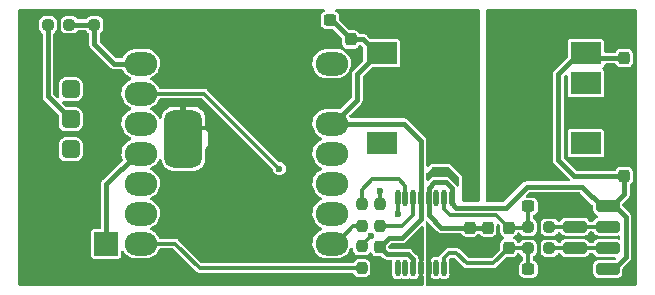
<source format=gtl>
G04 #@! TF.GenerationSoftware,KiCad,Pcbnew,(6.0.7)*
G04 #@! TF.CreationDate,2022-10-10T16:00:36+09:00*
G04 #@! TF.ProjectId,MainBoard,4d61696e-426f-4617-9264-2e6b69636164,rev?*
G04 #@! TF.SameCoordinates,Original*
G04 #@! TF.FileFunction,Copper,L1,Top*
G04 #@! TF.FilePolarity,Positive*
%FSLAX46Y46*%
G04 Gerber Fmt 4.6, Leading zero omitted, Abs format (unit mm)*
G04 Created by KiCad (PCBNEW (6.0.7)) date 2022-10-10 16:00:36*
%MOMM*%
%LPD*%
G01*
G04 APERTURE LIST*
G04 Aperture macros list*
%AMRoundRect*
0 Rectangle with rounded corners*
0 $1 Rounding radius*
0 $2 $3 $4 $5 $6 $7 $8 $9 X,Y pos of 4 corners*
0 Add a 4 corners polygon primitive as box body*
4,1,4,$2,$3,$4,$5,$6,$7,$8,$9,$2,$3,0*
0 Add four circle primitives for the rounded corners*
1,1,$1+$1,$2,$3*
1,1,$1+$1,$4,$5*
1,1,$1+$1,$6,$7*
1,1,$1+$1,$8,$9*
0 Add four rect primitives between the rounded corners*
20,1,$1+$1,$2,$3,$4,$5,0*
20,1,$1+$1,$4,$5,$6,$7,0*
20,1,$1+$1,$6,$7,$8,$9,0*
20,1,$1+$1,$8,$9,$2,$3,0*%
G04 Aperture macros list end*
G04 #@! TA.AperFunction,SMDPad,CuDef*
%ADD10RoundRect,0.250000X0.750000X-0.250000X0.750000X0.250000X-0.750000X0.250000X-0.750000X-0.250000X0*%
G04 #@! TD*
G04 #@! TA.AperFunction,SMDPad,CuDef*
%ADD11RoundRect,0.237500X-0.237500X0.300000X-0.237500X-0.300000X0.237500X-0.300000X0.237500X0.300000X0*%
G04 #@! TD*
G04 #@! TA.AperFunction,ComponentPad*
%ADD12RoundRect,0.381000X0.381000X-0.381000X0.381000X0.381000X-0.381000X0.381000X-0.381000X-0.381000X0*%
G04 #@! TD*
G04 #@! TA.AperFunction,SMDPad,CuDef*
%ADD13R,2.000000X2.000000*%
G04 #@! TD*
G04 #@! TA.AperFunction,SMDPad,CuDef*
%ADD14R,2.600000X1.900000*%
G04 #@! TD*
G04 #@! TA.AperFunction,SMDPad,CuDef*
%ADD15RoundRect,0.237500X0.250000X0.237500X-0.250000X0.237500X-0.250000X-0.237500X0.250000X-0.237500X0*%
G04 #@! TD*
G04 #@! TA.AperFunction,SMDPad,CuDef*
%ADD16RoundRect,0.237500X-0.237500X0.250000X-0.237500X-0.250000X0.237500X-0.250000X0.237500X0.250000X0*%
G04 #@! TD*
G04 #@! TA.AperFunction,SMDPad,CuDef*
%ADD17RoundRect,0.237500X-0.300000X-0.237500X0.300000X-0.237500X0.300000X0.237500X-0.300000X0.237500X0*%
G04 #@! TD*
G04 #@! TA.AperFunction,SMDPad,CuDef*
%ADD18O,0.449999X1.400000*%
G04 #@! TD*
G04 #@! TA.AperFunction,CastellatedPad*
%ADD19RoundRect,0.787500X-0.812500X-0.787500X0.812500X-0.787500X0.812500X0.787500X-0.812500X0.787500X0*%
G04 #@! TD*
G04 #@! TA.AperFunction,SMDPad,CuDef*
%ADD20RoundRect,0.237500X-0.250000X-0.237500X0.250000X-0.237500X0.250000X0.237500X-0.250000X0.237500X0*%
G04 #@! TD*
G04 #@! TA.AperFunction,SMDPad,CuDef*
%ADD21RoundRect,0.237500X0.237500X-0.300000X0.237500X0.300000X-0.237500X0.300000X-0.237500X-0.300000X0*%
G04 #@! TD*
G04 #@! TA.AperFunction,SMDPad,CuDef*
%ADD22O,2.748280X1.998980*%
G04 #@! TD*
G04 #@! TA.AperFunction,SMDPad,CuDef*
%ADD23RoundRect,0.237500X0.300000X0.237500X-0.300000X0.237500X-0.300000X-0.237500X0.300000X-0.237500X0*%
G04 #@! TD*
G04 #@! TA.AperFunction,SMDPad,CuDef*
%ADD24RoundRect,0.237500X0.237500X-0.250000X0.237500X0.250000X-0.237500X0.250000X-0.237500X-0.250000X0*%
G04 #@! TD*
G04 #@! TA.AperFunction,ViaPad*
%ADD25C,0.600000*%
G04 #@! TD*
G04 #@! TA.AperFunction,Conductor*
%ADD26C,0.300000*%
G04 #@! TD*
G04 #@! TA.AperFunction,Conductor*
%ADD27C,0.400000*%
G04 #@! TD*
G04 APERTURE END LIST*
D10*
X186436000Y-99314000D03*
X186436000Y-97536000D03*
D11*
X190627000Y-89688500D03*
X190627000Y-91413500D03*
D10*
X186436000Y-95707200D03*
X189230000Y-95707200D03*
D11*
X179070000Y-95784500D03*
X179070000Y-97509500D03*
D10*
X186436000Y-93980000D03*
D12*
X143764000Y-89154000D03*
X143764000Y-86614000D03*
X143764000Y-84074000D03*
D13*
X140764000Y-97155000D03*
X146764000Y-97155000D03*
D14*
X170083000Y-81026000D03*
X170083000Y-84836000D03*
X170083000Y-88646000D03*
X187383000Y-88646000D03*
X187383000Y-86106000D03*
X187383000Y-83566000D03*
X187383000Y-81026000D03*
D15*
X184300500Y-97536000D03*
X182475500Y-97536000D03*
D16*
X169926000Y-93829500D03*
X169926000Y-95654500D03*
X168402000Y-97385500D03*
X168402000Y-99210500D03*
D10*
X189230000Y-93980000D03*
D11*
X177546000Y-95784500D03*
X177546000Y-97509500D03*
D17*
X182525500Y-99314000D03*
X184250500Y-99314000D03*
D18*
X171461001Y-99215999D03*
X172111002Y-99215999D03*
X172761001Y-99215999D03*
X173411002Y-99215999D03*
X174061001Y-99215999D03*
X174711002Y-99215999D03*
X175361001Y-99215999D03*
X176011002Y-99215999D03*
X176011002Y-93315998D03*
X175361001Y-93315998D03*
X174711002Y-93315998D03*
X174061001Y-93315998D03*
X173411002Y-93315998D03*
X172761001Y-93315998D03*
X172111002Y-93315998D03*
X171461001Y-93315998D03*
D19*
X153314400Y-87400200D03*
D11*
X180848000Y-95784500D03*
X180848000Y-97509500D03*
D20*
X145772500Y-78613000D03*
X147597500Y-78613000D03*
D19*
X153314400Y-89155200D03*
D21*
X190627000Y-83158500D03*
X190627000Y-81433500D03*
D10*
X189230000Y-97536000D03*
D15*
X184300500Y-95758000D03*
X182475500Y-95758000D03*
D22*
X149698710Y-81900490D03*
X149698710Y-84440490D03*
X149698710Y-86980490D03*
X149698710Y-89520490D03*
X149698710Y-92060490D03*
X149698710Y-94600490D03*
X149698710Y-97140490D03*
X165863270Y-97140490D03*
X165863270Y-94600490D03*
X165863270Y-92060490D03*
X165863270Y-89520490D03*
X165863270Y-86980490D03*
X165863270Y-84440490D03*
X165863270Y-81900490D03*
D23*
X179551500Y-93091000D03*
X177826500Y-93091000D03*
D24*
X168402000Y-95654500D03*
X168402000Y-93829500D03*
D11*
X169926000Y-97435500D03*
X169926000Y-99160500D03*
X167487600Y-78131500D03*
X167487600Y-79856500D03*
D20*
X141835500Y-78613000D03*
X143660500Y-78613000D03*
D10*
X189230000Y-99314000D03*
D17*
X163983500Y-78232000D03*
X165708500Y-78232000D03*
D23*
X184250500Y-93980000D03*
X182525500Y-93980000D03*
D25*
X183388000Y-96647000D03*
X163957000Y-88265000D03*
X161442400Y-90805000D03*
X156083000Y-87249000D03*
X151638000Y-85344000D03*
X144526000Y-96901000D03*
X144526000Y-95250000D03*
X144526000Y-93599000D03*
X144526000Y-98552000D03*
X144526000Y-100203000D03*
X142367000Y-98806000D03*
X140208000Y-100203000D03*
X142367000Y-100203000D03*
X140208000Y-98806000D03*
X143256000Y-91440000D03*
X144780000Y-91440000D03*
X147320000Y-87884000D03*
X147320000Y-85598000D03*
X147320000Y-83312000D03*
X145542000Y-83312000D03*
X145542000Y-85598000D03*
X143764000Y-81915000D03*
X143764000Y-80010000D03*
X140208000Y-92964000D03*
X140208000Y-90932000D03*
X141732000Y-86360000D03*
X141732000Y-88900000D03*
X140208000Y-80010000D03*
X140208000Y-83820000D03*
X140208000Y-86360000D03*
X140208000Y-88900000D03*
X140208000Y-81915000D03*
X163957000Y-80010000D03*
X166116000Y-80010000D03*
X167894000Y-81280000D03*
X163957000Y-85598000D03*
X163957000Y-83312000D03*
X148717000Y-79756000D03*
X150368000Y-79756000D03*
X147066000Y-79756000D03*
X150368000Y-78232000D03*
X160274000Y-78232000D03*
X155194000Y-78232000D03*
X157734000Y-78232000D03*
X162560000Y-78232000D03*
X152654000Y-78232000D03*
X151638000Y-83185000D03*
X158750000Y-86106000D03*
X162052000Y-89408000D03*
X160401000Y-87757000D03*
X159385000Y-90805000D03*
X156083000Y-90805000D03*
X157734000Y-90805000D03*
X157734000Y-89027000D03*
X156083000Y-89027000D03*
X157734000Y-97663000D03*
X155194000Y-97663000D03*
X160274000Y-95123000D03*
X155194000Y-95123000D03*
X157734000Y-95123000D03*
X162814000Y-95123000D03*
X152654000Y-95123000D03*
X157734000Y-92583000D03*
X160274000Y-92583000D03*
X162814000Y-92583000D03*
X152654000Y-92583000D03*
X155194000Y-92583000D03*
X167487600Y-98298000D03*
X149860000Y-98933000D03*
X149860000Y-100203000D03*
X152273000Y-98425000D03*
X152273000Y-100203000D03*
X155194000Y-100203000D03*
X157734000Y-100203000D03*
X165100000Y-100203000D03*
X167386000Y-100203000D03*
X191008000Y-93853000D03*
X169291000Y-100203000D03*
X170561000Y-100203000D03*
X173228000Y-97663000D03*
X173228000Y-96520000D03*
X176784000Y-99949000D03*
X178181000Y-99949000D03*
X179578000Y-99949000D03*
X180975000Y-99949000D03*
X185115200Y-100203000D03*
X185166000Y-78740000D03*
X191008000Y-100203000D03*
X189738000Y-78740000D03*
X180594000Y-85598000D03*
X182880000Y-85598000D03*
X182880000Y-81026000D03*
X182880000Y-83312000D03*
X185089800Y-94742000D03*
X179705000Y-90678000D03*
X182880000Y-90678000D03*
X187198000Y-90424000D03*
X182880000Y-78740000D03*
X174498000Y-96901000D03*
X188976000Y-90424000D03*
X180594000Y-78740000D03*
X179705000Y-92075000D03*
X181102000Y-90678000D03*
X174599600Y-91084400D03*
X185115200Y-98552000D03*
X175564800Y-91084400D03*
X176530000Y-96901000D03*
X190119000Y-84582000D03*
X187833000Y-100203000D03*
X182880000Y-89027000D03*
X181102000Y-92075000D03*
X180594000Y-81026000D03*
X175514000Y-96901000D03*
X180594000Y-83312000D03*
X187756800Y-98501200D03*
X187452000Y-78740000D03*
X190119000Y-88138000D03*
X187833000Y-96621600D03*
X190119000Y-86360000D03*
X185115200Y-93218000D03*
X182880000Y-87249000D03*
X169164000Y-83185000D03*
X175006000Y-89662000D03*
X172720000Y-83312000D03*
X172720000Y-78740000D03*
X177673000Y-90678000D03*
X172720000Y-85598000D03*
X175006000Y-81026000D03*
X175006000Y-87630000D03*
X177673000Y-92075000D03*
X177292000Y-83312000D03*
X175006000Y-78740000D03*
X177292000Y-81026000D03*
X169164000Y-78486000D03*
X177292000Y-85598000D03*
X175006000Y-85598000D03*
X170942000Y-83185000D03*
X172720000Y-81026000D03*
X170942000Y-78486000D03*
X175006000Y-83312000D03*
X177292000Y-78740000D03*
X168325800Y-86029800D03*
X171450000Y-94615000D03*
X169164000Y-96520000D03*
X169926000Y-92710000D03*
D26*
X155077890Y-84440490D02*
X161442400Y-90805000D01*
D27*
X175159500Y-95784500D02*
X177546000Y-95784500D01*
X189230000Y-93980000D02*
X189611000Y-93980000D01*
X189230000Y-93980000D02*
X189865000Y-93980000D01*
X174061001Y-92435799D02*
X174061001Y-93315998D01*
X188722000Y-93980000D02*
X189230000Y-93980000D01*
X189738000Y-99314000D02*
X189230000Y-99314000D01*
X177546000Y-95784500D02*
X179070000Y-95784500D01*
X175514000Y-91948000D02*
X174548800Y-91948000D01*
X180594000Y-94107000D02*
X182372000Y-92329000D01*
X174061001Y-94686001D02*
X175159500Y-95784500D01*
X187383000Y-81026000D02*
X186817000Y-81026000D01*
X176011002Y-93715002D02*
X176403000Y-94107000D01*
X176011002Y-92445002D02*
X175514000Y-91948000D01*
X176403000Y-94107000D02*
X180594000Y-94107000D01*
X190754000Y-94869000D02*
X190754000Y-98298000D01*
X176011002Y-93315998D02*
X176011002Y-93715002D01*
X190627000Y-81433500D02*
X187790500Y-81433500D01*
X189611000Y-93980000D02*
X190627000Y-92964000D01*
X174061001Y-93315998D02*
X174061001Y-94686001D01*
X185039000Y-90043000D02*
X186409500Y-91413500D01*
X176011002Y-93315998D02*
X176011002Y-92445002D01*
X187071000Y-92329000D02*
X188722000Y-93980000D01*
X190754000Y-98298000D02*
X189738000Y-99314000D01*
X187790500Y-81433500D02*
X187383000Y-81026000D01*
X190627000Y-92964000D02*
X190627000Y-91413500D01*
X182372000Y-92329000D02*
X187071000Y-92329000D01*
X189865000Y-93980000D02*
X190754000Y-94869000D01*
X185039000Y-82804000D02*
X185039000Y-90043000D01*
X186817000Y-81026000D02*
X185039000Y-82804000D01*
X186409500Y-91413500D02*
X190627000Y-91413500D01*
X174548800Y-91948000D02*
X174061001Y-92435799D01*
X173411002Y-88448002D02*
X173411002Y-93315998D01*
X168502500Y-79856500D02*
X169672000Y-81026000D01*
X167487600Y-79856500D02*
X168502500Y-79856500D01*
X170561000Y-98044000D02*
X172339000Y-98044000D01*
X170561000Y-98044000D02*
X169952500Y-97435500D01*
X169799000Y-81026000D02*
X170083000Y-81026000D01*
X168021000Y-82804000D02*
X169799000Y-81026000D01*
X165708500Y-78232000D02*
X165863100Y-78232000D01*
X169672000Y-81026000D02*
X170083000Y-81026000D01*
X169926000Y-97435500D02*
X169926000Y-97409000D01*
X166003510Y-86980490D02*
X168021000Y-84963000D01*
X169952500Y-97435500D02*
X169926000Y-97435500D01*
X169926000Y-97409000D02*
X170688000Y-96647000D01*
X170688000Y-96647000D02*
X171831000Y-96647000D01*
X171831000Y-96647000D02*
X173411002Y-95066998D01*
X165863100Y-78232000D02*
X167487600Y-79856500D01*
X172339000Y-98044000D02*
X172761001Y-98466001D01*
X172761001Y-98466001D02*
X172761001Y-99215999D01*
X173411002Y-95066998D02*
X173411002Y-93315998D01*
X165863270Y-86980490D02*
X171943490Y-86980490D01*
X168021000Y-84963000D02*
X168021000Y-82804000D01*
X171943490Y-86980490D02*
X173411002Y-88448002D01*
X165863270Y-86980490D02*
X166003510Y-86980490D01*
D26*
X186436000Y-95707200D02*
X189230000Y-95707200D01*
X184300500Y-95758000D02*
X186385200Y-95758000D01*
X186385200Y-95758000D02*
X186436000Y-95707200D01*
X184300500Y-97536000D02*
X186436000Y-97536000D01*
X186436000Y-97536000D02*
X189230000Y-97536000D01*
D27*
X141835500Y-84685500D02*
X143764000Y-86614000D01*
X141835500Y-78613000D02*
X141835500Y-84685500D01*
D26*
X171461001Y-93315998D02*
X171461001Y-94603999D01*
X171461001Y-94603999D02*
X171450000Y-94615000D01*
X168402000Y-97385500D02*
X168402000Y-97282000D01*
X168402000Y-97282000D02*
X169164000Y-96520000D01*
X154684100Y-99210500D02*
X168402000Y-99210500D01*
X149698710Y-97140490D02*
X152614090Y-97140490D01*
X152614090Y-97140490D02*
X154684100Y-99210500D01*
X167692700Y-95654500D02*
X166206710Y-97140490D01*
X166206710Y-97140490D02*
X165863270Y-97140490D01*
X168402000Y-95654500D02*
X167692700Y-95654500D01*
X169291000Y-91694000D02*
X168402000Y-92583000D01*
X168402000Y-92583000D02*
X168402000Y-93829500D01*
X172111002Y-92228002D02*
X171577000Y-91694000D01*
X171577000Y-91694000D02*
X169291000Y-91694000D01*
X172111002Y-93315998D02*
X172111002Y-92228002D01*
X172761001Y-94700999D02*
X171807500Y-95654500D01*
X172761001Y-93315998D02*
X172761001Y-94700999D01*
X171807500Y-95654500D02*
X169926000Y-95654500D01*
D27*
X145772500Y-80240500D02*
X145772500Y-78613000D01*
X149698710Y-81900490D02*
X147432490Y-81900490D01*
X143660500Y-78613000D02*
X145772500Y-78613000D01*
X147432490Y-81900490D02*
X145772500Y-80240500D01*
D26*
X169926000Y-93829500D02*
X169926000Y-92710000D01*
X149698710Y-84440490D02*
X155077890Y-84440490D01*
X175361001Y-93315998D02*
X175361001Y-94208001D01*
X182449000Y-95784500D02*
X182475500Y-95758000D01*
X182475500Y-94030000D02*
X182525500Y-93980000D01*
X182475500Y-95758000D02*
X182475500Y-94030000D01*
X175361001Y-94208001D02*
X175895000Y-94742000D01*
X179805500Y-94742000D02*
X180848000Y-95784500D01*
X180848000Y-95784500D02*
X182449000Y-95784500D01*
X175895000Y-94742000D02*
X179805500Y-94742000D01*
X175361001Y-99215999D02*
X175361001Y-98349399D01*
X175361001Y-98349399D02*
X175768000Y-97942400D01*
X179551500Y-98806000D02*
X180848000Y-97509500D01*
X182475500Y-99264000D02*
X182525500Y-99314000D01*
X180848000Y-97509500D02*
X182449000Y-97509500D01*
X176428400Y-97942400D02*
X177292000Y-98806000D01*
X177292000Y-98806000D02*
X179551500Y-98806000D01*
X182475500Y-97536000D02*
X182475500Y-99264000D01*
X175768000Y-97942400D02*
X176428400Y-97942400D01*
X182449000Y-97509500D02*
X182475500Y-97536000D01*
D27*
X146764000Y-92123000D02*
X146764000Y-97155000D01*
X149698710Y-89520490D02*
X149366510Y-89520490D01*
X149366510Y-89520490D02*
X146764000Y-92123000D01*
G04 #@! TA.AperFunction,Conductor*
G36*
X191641621Y-77320502D02*
G01*
X191688114Y-77374158D01*
X191699500Y-77426500D01*
X191699500Y-100573500D01*
X191679498Y-100641621D01*
X191625842Y-100688114D01*
X191573500Y-100699500D01*
X173938200Y-100699500D01*
X173870079Y-100679498D01*
X173823586Y-100625842D01*
X173812200Y-100573500D01*
X173812200Y-99992934D01*
X173824145Y-99939385D01*
X173834550Y-99917224D01*
X173874265Y-99832634D01*
X173875645Y-99823772D01*
X173875646Y-99823768D01*
X173889753Y-99733160D01*
X173890501Y-99728357D01*
X173890501Y-98706567D01*
X173880093Y-98633894D01*
X173877233Y-98613922D01*
X173877233Y-98613920D01*
X173875960Y-98605035D01*
X173855425Y-98559869D01*
X173823499Y-98489652D01*
X173812200Y-98437501D01*
X173812200Y-95384150D01*
X173832202Y-95316029D01*
X173885858Y-95269536D01*
X173956132Y-95259432D01*
X174020712Y-95288926D01*
X174027295Y-95295055D01*
X174813751Y-96081511D01*
X174823606Y-96092600D01*
X174844859Y-96119559D01*
X174852606Y-96124913D01*
X174852610Y-96124917D01*
X174893572Y-96153228D01*
X174896792Y-96155529D01*
X174936842Y-96185110D01*
X174936844Y-96185111D01*
X174944423Y-96190709D01*
X174951298Y-96193123D01*
X174957289Y-96197264D01*
X174966269Y-96200104D01*
X175013755Y-96215122D01*
X175017508Y-96216374D01*
X175073374Y-96235992D01*
X175080574Y-96236275D01*
X175080748Y-96236309D01*
X175087597Y-96238475D01*
X175094268Y-96239000D01*
X175147449Y-96239000D01*
X175152395Y-96239097D01*
X175209937Y-96241358D01*
X175217092Y-96239461D01*
X175225467Y-96239000D01*
X176753614Y-96239000D01*
X176821735Y-96259002D01*
X176863832Y-96307584D01*
X176865045Y-96306920D01*
X176868115Y-96312528D01*
X176868228Y-96312658D01*
X176868358Y-96312972D01*
X176869356Y-96314795D01*
X176872507Y-96323199D01*
X176957026Y-96435974D01*
X177069801Y-96520493D01*
X177078202Y-96523643D01*
X177078205Y-96523644D01*
X177111995Y-96536311D01*
X177201764Y-96569964D01*
X177261930Y-96576500D01*
X177830070Y-96576500D01*
X177890236Y-96569964D01*
X177980005Y-96536311D01*
X178013795Y-96523644D01*
X178013798Y-96523643D01*
X178022199Y-96520493D01*
X178134974Y-96435974D01*
X178162767Y-96398889D01*
X178207173Y-96339638D01*
X178264032Y-96297122D01*
X178334851Y-96292096D01*
X178397144Y-96326156D01*
X178408827Y-96339638D01*
X178453233Y-96398889D01*
X178481026Y-96435974D01*
X178593801Y-96520493D01*
X178602202Y-96523643D01*
X178602205Y-96523644D01*
X178635995Y-96536311D01*
X178725764Y-96569964D01*
X178785930Y-96576500D01*
X179354070Y-96576500D01*
X179414236Y-96569964D01*
X179504005Y-96536311D01*
X179537795Y-96523644D01*
X179537798Y-96523643D01*
X179546199Y-96520493D01*
X179658974Y-96435974D01*
X179743493Y-96323199D01*
X179747494Y-96312528D01*
X179788942Y-96201964D01*
X179792964Y-96191236D01*
X179799500Y-96131070D01*
X179799500Y-95612240D01*
X179819502Y-95544119D01*
X179873158Y-95497626D01*
X179943432Y-95487522D01*
X180008012Y-95517016D01*
X180014595Y-95523145D01*
X180081595Y-95590145D01*
X180115621Y-95652457D01*
X180118500Y-95679240D01*
X180118500Y-96131070D01*
X180125036Y-96191236D01*
X180129058Y-96201964D01*
X180170507Y-96312528D01*
X180174507Y-96323199D01*
X180259026Y-96435974D01*
X180371801Y-96520493D01*
X180380202Y-96523643D01*
X180380205Y-96523644D01*
X180394541Y-96529018D01*
X180451306Y-96571660D01*
X180476005Y-96638222D01*
X180460797Y-96707571D01*
X180410511Y-96757689D01*
X180394541Y-96764982D01*
X180380205Y-96770356D01*
X180380202Y-96770357D01*
X180371801Y-96773507D01*
X180259026Y-96858026D01*
X180174507Y-96970801D01*
X180171357Y-96979202D01*
X180171356Y-96979205D01*
X180156493Y-97018852D01*
X180125036Y-97102764D01*
X180118500Y-97162930D01*
X180118500Y-97614760D01*
X180098498Y-97682881D01*
X180081595Y-97703855D01*
X179420855Y-98364595D01*
X179358543Y-98398621D01*
X179331760Y-98401500D01*
X177511740Y-98401500D01*
X177443619Y-98381498D01*
X177422645Y-98364595D01*
X176691915Y-97633865D01*
X176691911Y-97633862D01*
X176669123Y-97611074D01*
X176649244Y-97600945D01*
X176632389Y-97590616D01*
X176622353Y-97583325D01*
X176614329Y-97577495D01*
X176593104Y-97570599D01*
X176574838Y-97563033D01*
X176574832Y-97563030D01*
X176554955Y-97552902D01*
X176532913Y-97549411D01*
X176513687Y-97544795D01*
X176501900Y-97540965D01*
X176501898Y-97540965D01*
X176492466Y-97537900D01*
X175703934Y-97537900D01*
X175694502Y-97540965D01*
X175694500Y-97540965D01*
X175682713Y-97544795D01*
X175663487Y-97549411D01*
X175641445Y-97552902D01*
X175632609Y-97557404D01*
X175632607Y-97557405D01*
X175621568Y-97563030D01*
X175603300Y-97570597D01*
X175591506Y-97574429D01*
X175591501Y-97574431D01*
X175582072Y-97577495D01*
X175574052Y-97583322D01*
X175574050Y-97583323D01*
X175564017Y-97590613D01*
X175547158Y-97600944D01*
X175527277Y-97611074D01*
X175504486Y-97633865D01*
X175052466Y-98085884D01*
X175052463Y-98085888D01*
X175029675Y-98108676D01*
X175019547Y-98128553D01*
X175009217Y-98145410D01*
X174996096Y-98163470D01*
X174993031Y-98172903D01*
X174989200Y-98184694D01*
X174981634Y-98202961D01*
X174978306Y-98209493D01*
X174976962Y-98212130D01*
X174928213Y-98263744D01*
X174859298Y-98280809D01*
X174828597Y-98275643D01*
X174782605Y-98261889D01*
X174773629Y-98261834D01*
X174773628Y-98261834D01*
X174716082Y-98261483D01*
X174645257Y-98261050D01*
X174513194Y-98298794D01*
X174397033Y-98372086D01*
X174391090Y-98378815D01*
X174391089Y-98378816D01*
X174341971Y-98434432D01*
X174306112Y-98475035D01*
X174247739Y-98599364D01*
X174246359Y-98608226D01*
X174246358Y-98608230D01*
X174241647Y-98638490D01*
X174231503Y-98703641D01*
X174231503Y-99725431D01*
X174232139Y-99729869D01*
X174243438Y-99808764D01*
X174246044Y-99826963D01*
X174302893Y-99951997D01*
X174392550Y-100056049D01*
X174507807Y-100130755D01*
X174639399Y-100170109D01*
X174648375Y-100170164D01*
X174648376Y-100170164D01*
X174705922Y-100170515D01*
X174776747Y-100170948D01*
X174908810Y-100133204D01*
X174968749Y-100095385D01*
X175037035Y-100075951D01*
X175104515Y-100096213D01*
X175157806Y-100130755D01*
X175289398Y-100170109D01*
X175298374Y-100170164D01*
X175298375Y-100170164D01*
X175355921Y-100170515D01*
X175426746Y-100170948D01*
X175558809Y-100133204D01*
X175566400Y-100128415D01*
X175661359Y-100068500D01*
X175674970Y-100059912D01*
X175689791Y-100043131D01*
X175759948Y-99963692D01*
X175765891Y-99956963D01*
X175824264Y-99832634D01*
X175825644Y-99823772D01*
X175825645Y-99823768D01*
X175839752Y-99733160D01*
X175840500Y-99728357D01*
X175840500Y-98706567D01*
X175830092Y-98633894D01*
X175827232Y-98613922D01*
X175827232Y-98613920D01*
X175825959Y-98605035D01*
X175815675Y-98582416D01*
X175805687Y-98512126D01*
X175835287Y-98447594D01*
X175841280Y-98441169D01*
X175898644Y-98383805D01*
X175960956Y-98349779D01*
X175987739Y-98346900D01*
X176208660Y-98346900D01*
X176276781Y-98366902D01*
X176297755Y-98383805D01*
X177028485Y-99114535D01*
X177028489Y-99114538D01*
X177051277Y-99137326D01*
X177071154Y-99147454D01*
X177088011Y-99157784D01*
X177106071Y-99170905D01*
X177115504Y-99173970D01*
X177127295Y-99177801D01*
X177145561Y-99185366D01*
X177165445Y-99195498D01*
X177175238Y-99197049D01*
X177187487Y-99198989D01*
X177206713Y-99203605D01*
X177218500Y-99207435D01*
X177218502Y-99207435D01*
X177227934Y-99210500D01*
X179615566Y-99210500D01*
X179624998Y-99207435D01*
X179625000Y-99207435D01*
X179636787Y-99203605D01*
X179656013Y-99198989D01*
X179668262Y-99197049D01*
X179678055Y-99195498D01*
X179697939Y-99185366D01*
X179716205Y-99177801D01*
X179727996Y-99173970D01*
X179737429Y-99170905D01*
X179755489Y-99157784D01*
X179772346Y-99147454D01*
X179792223Y-99137326D01*
X179815011Y-99114538D01*
X179815015Y-99114535D01*
X180591145Y-98338405D01*
X180653457Y-98304379D01*
X180680240Y-98301500D01*
X181132070Y-98301500D01*
X181192236Y-98294964D01*
X181237387Y-98278037D01*
X181315795Y-98248644D01*
X181315798Y-98248643D01*
X181324199Y-98245493D01*
X181436974Y-98160974D01*
X181521493Y-98048199D01*
X181528030Y-98030764D01*
X181541148Y-97995770D01*
X181583790Y-97939006D01*
X181650352Y-97914306D01*
X181659130Y-97914000D01*
X181665366Y-97914000D01*
X181733487Y-97934002D01*
X181779980Y-97987658D01*
X181783347Y-97995768D01*
X181789507Y-98012199D01*
X181794889Y-98019381D01*
X181794890Y-98019382D01*
X181824188Y-98058474D01*
X181874026Y-98124974D01*
X181986801Y-98209493D01*
X181995206Y-98212644D01*
X182003080Y-98216955D01*
X182001586Y-98219683D01*
X182046005Y-98253060D01*
X182070695Y-98319626D01*
X182071000Y-98328386D01*
X182071000Y-98521614D01*
X182050998Y-98589735D01*
X182002416Y-98631832D01*
X182003080Y-98633045D01*
X181997472Y-98636115D01*
X181997342Y-98636228D01*
X181997028Y-98636358D01*
X181995203Y-98637357D01*
X181986801Y-98640507D01*
X181874026Y-98725026D01*
X181789507Y-98837801D01*
X181740036Y-98969764D01*
X181733500Y-99029930D01*
X181733500Y-99598070D01*
X181740036Y-99658236D01*
X181742810Y-99665635D01*
X181763547Y-99720950D01*
X181789507Y-99790199D01*
X181874026Y-99902974D01*
X181986801Y-99987493D01*
X181995202Y-99990643D01*
X181995205Y-99990644D01*
X182049695Y-100011071D01*
X182118764Y-100036964D01*
X182178930Y-100043500D01*
X182872070Y-100043500D01*
X182932236Y-100036964D01*
X183001305Y-100011071D01*
X183055795Y-99990644D01*
X183055798Y-99990643D01*
X183064199Y-99987493D01*
X183176974Y-99902974D01*
X183261493Y-99790199D01*
X183287454Y-99720950D01*
X183308190Y-99665635D01*
X183310964Y-99658236D01*
X183317500Y-99598070D01*
X183317500Y-99029930D01*
X183310964Y-98969764D01*
X183261493Y-98837801D01*
X183176974Y-98725026D01*
X183064199Y-98640507D01*
X183055798Y-98637357D01*
X183055795Y-98637356D01*
X182961770Y-98602108D01*
X182905006Y-98559466D01*
X182880306Y-98492905D01*
X182880000Y-98484126D01*
X182880000Y-98328386D01*
X182900002Y-98260265D01*
X182948584Y-98218168D01*
X182947920Y-98216955D01*
X182953528Y-98213885D01*
X182953658Y-98213772D01*
X182953972Y-98213642D01*
X182955797Y-98212643D01*
X182964199Y-98209493D01*
X183076974Y-98124974D01*
X183161493Y-98012199D01*
X183164645Y-98003793D01*
X183208190Y-97887635D01*
X183210964Y-97880236D01*
X183217500Y-97820070D01*
X183217500Y-97251930D01*
X183210964Y-97191764D01*
X183185100Y-97122772D01*
X183164644Y-97068205D01*
X183164643Y-97068202D01*
X183161493Y-97059801D01*
X183076974Y-96947026D01*
X182964199Y-96862507D01*
X182955798Y-96859357D01*
X182955795Y-96859356D01*
X182876265Y-96829542D01*
X182832236Y-96813036D01*
X182772070Y-96806500D01*
X182178930Y-96806500D01*
X182118764Y-96813036D01*
X182074735Y-96829542D01*
X181995205Y-96859356D01*
X181995202Y-96859357D01*
X181986801Y-96862507D01*
X181874026Y-96947026D01*
X181868645Y-96954206D01*
X181793432Y-97054564D01*
X181736573Y-97097080D01*
X181692605Y-97105000D01*
X181659130Y-97105000D01*
X181591009Y-97084998D01*
X181544516Y-97031342D01*
X181541148Y-97023230D01*
X181524644Y-96979205D01*
X181524643Y-96979202D01*
X181521493Y-96970801D01*
X181436974Y-96858026D01*
X181324199Y-96773507D01*
X181315798Y-96770357D01*
X181315795Y-96770356D01*
X181301459Y-96764982D01*
X181244694Y-96722340D01*
X181219995Y-96655778D01*
X181235203Y-96586429D01*
X181285489Y-96536311D01*
X181301459Y-96529018D01*
X181315795Y-96523644D01*
X181315798Y-96523643D01*
X181324199Y-96520493D01*
X181436974Y-96435974D01*
X181521493Y-96323199D01*
X181525494Y-96312528D01*
X181541148Y-96270770D01*
X181583790Y-96214006D01*
X181650352Y-96189306D01*
X181659130Y-96189000D01*
X181692605Y-96189000D01*
X181760726Y-96209002D01*
X181793432Y-96239436D01*
X181874026Y-96346974D01*
X181986801Y-96431493D01*
X181995202Y-96434643D01*
X181995205Y-96434644D01*
X182066393Y-96461331D01*
X182118764Y-96480964D01*
X182178930Y-96487500D01*
X182772070Y-96487500D01*
X182832236Y-96480964D01*
X182884607Y-96461331D01*
X182955795Y-96434644D01*
X182955798Y-96434643D01*
X182964199Y-96431493D01*
X183076974Y-96346974D01*
X183161493Y-96234199D01*
X183168176Y-96216374D01*
X183199918Y-96131702D01*
X183210964Y-96102236D01*
X183217500Y-96042070D01*
X183217500Y-95473930D01*
X183210964Y-95413764D01*
X183165249Y-95291819D01*
X183164644Y-95290205D01*
X183164643Y-95290202D01*
X183161493Y-95281801D01*
X183076974Y-95169026D01*
X182964199Y-95084507D01*
X182955794Y-95081356D01*
X182947920Y-95077045D01*
X182949414Y-95074317D01*
X182904995Y-95040940D01*
X182880305Y-94974374D01*
X182880000Y-94965614D01*
X182880000Y-94809874D01*
X182900002Y-94741753D01*
X182953658Y-94695260D01*
X182961770Y-94691892D01*
X183055795Y-94656644D01*
X183055798Y-94656643D01*
X183064199Y-94653493D01*
X183176974Y-94568974D01*
X183261493Y-94456199D01*
X183269382Y-94435157D01*
X183303783Y-94343391D01*
X183310964Y-94324236D01*
X183317500Y-94264070D01*
X183317500Y-93695930D01*
X183310964Y-93635764D01*
X183261493Y-93503801D01*
X183176974Y-93391026D01*
X183064199Y-93306507D01*
X183055798Y-93303357D01*
X183055795Y-93303356D01*
X182969202Y-93270894D01*
X182932236Y-93257036D01*
X182872070Y-93250500D01*
X182397450Y-93250500D01*
X182329329Y-93230498D01*
X182282836Y-93176842D01*
X182272732Y-93106568D01*
X182302226Y-93041988D01*
X182308355Y-93035405D01*
X182523355Y-92820405D01*
X182585667Y-92786379D01*
X182612450Y-92783500D01*
X186830550Y-92783500D01*
X186898671Y-92803502D01*
X186919645Y-92820405D01*
X187938595Y-93839355D01*
X187972621Y-93901667D01*
X187975500Y-93928450D01*
X187975500Y-94277756D01*
X187982202Y-94339448D01*
X188032929Y-94474764D01*
X188038309Y-94481943D01*
X188038311Y-94481946D01*
X188093640Y-94555771D01*
X188119596Y-94590404D01*
X188126776Y-94595785D01*
X188228054Y-94671689D01*
X188228057Y-94671691D01*
X188235236Y-94677071D01*
X188364414Y-94725497D01*
X188364737Y-94725618D01*
X188421502Y-94768259D01*
X188446202Y-94834820D01*
X188430995Y-94904169D01*
X188380709Y-94954288D01*
X188364738Y-94961582D01*
X188235236Y-95010129D01*
X188228057Y-95015509D01*
X188228054Y-95015511D01*
X188141703Y-95080228D01*
X188119596Y-95096796D01*
X188114215Y-95103976D01*
X188038311Y-95205254D01*
X188038309Y-95205257D01*
X188032929Y-95212436D01*
X188029779Y-95220838D01*
X188029777Y-95220842D01*
X188029744Y-95220931D01*
X188029687Y-95221006D01*
X188025467Y-95228715D01*
X188024354Y-95228106D01*
X187987102Y-95277695D01*
X187920540Y-95302394D01*
X187911763Y-95302700D01*
X187754237Y-95302700D01*
X187686116Y-95282698D01*
X187639623Y-95229042D01*
X187636256Y-95220931D01*
X187636223Y-95220842D01*
X187636221Y-95220838D01*
X187633071Y-95212436D01*
X187627691Y-95205257D01*
X187627689Y-95205254D01*
X187551785Y-95103976D01*
X187546404Y-95096796D01*
X187524297Y-95080228D01*
X187437946Y-95015511D01*
X187437943Y-95015509D01*
X187430764Y-95010129D01*
X187312019Y-94965614D01*
X187302843Y-94962174D01*
X187302841Y-94962174D01*
X187295448Y-94959402D01*
X187287598Y-94958549D01*
X187287597Y-94958549D01*
X187237153Y-94953069D01*
X187237152Y-94953069D01*
X187233756Y-94952700D01*
X185638244Y-94952700D01*
X185634848Y-94953069D01*
X185634847Y-94953069D01*
X185584403Y-94958549D01*
X185584402Y-94958549D01*
X185576552Y-94959402D01*
X185569159Y-94962174D01*
X185569157Y-94962174D01*
X185559981Y-94965614D01*
X185441236Y-95010129D01*
X185434057Y-95015509D01*
X185434054Y-95015511D01*
X185347703Y-95080228D01*
X185325596Y-95096796D01*
X185320215Y-95103976D01*
X185244311Y-95205254D01*
X185244309Y-95205257D01*
X185238929Y-95212436D01*
X185235778Y-95220840D01*
X185235778Y-95220841D01*
X185226421Y-95245801D01*
X185217524Y-95269536D01*
X185216800Y-95271466D01*
X185174160Y-95328231D01*
X185107598Y-95352932D01*
X185038249Y-95337725D01*
X184988977Y-95288426D01*
X184986493Y-95281801D01*
X184901974Y-95169026D01*
X184789199Y-95084507D01*
X184780798Y-95081357D01*
X184780795Y-95081356D01*
X184684764Y-95045356D01*
X184657236Y-95035036D01*
X184597070Y-95028500D01*
X184003930Y-95028500D01*
X183943764Y-95035036D01*
X183916236Y-95045356D01*
X183820205Y-95081356D01*
X183820202Y-95081357D01*
X183811801Y-95084507D01*
X183699026Y-95169026D01*
X183614507Y-95281801D01*
X183611357Y-95290202D01*
X183611356Y-95290205D01*
X183610751Y-95291819D01*
X183565036Y-95413764D01*
X183558500Y-95473930D01*
X183558500Y-96042070D01*
X183565036Y-96102236D01*
X183576082Y-96131702D01*
X183607825Y-96216374D01*
X183614507Y-96234199D01*
X183699026Y-96346974D01*
X183811801Y-96431493D01*
X183820202Y-96434643D01*
X183820205Y-96434644D01*
X183891393Y-96461331D01*
X183943764Y-96480964D01*
X184003930Y-96487500D01*
X184597070Y-96487500D01*
X184657236Y-96480964D01*
X184709607Y-96461331D01*
X184780795Y-96434644D01*
X184780798Y-96434643D01*
X184789199Y-96431493D01*
X184901974Y-96346974D01*
X184986493Y-96234199D01*
X184989047Y-96227386D01*
X185038698Y-96177846D01*
X185098961Y-96162500D01*
X185146325Y-96162500D01*
X185214446Y-96182502D01*
X185247151Y-96212935D01*
X185281676Y-96259002D01*
X185325596Y-96317604D01*
X185337007Y-96326156D01*
X185434054Y-96398889D01*
X185434057Y-96398891D01*
X185441236Y-96404271D01*
X185522257Y-96434644D01*
X185569157Y-96452226D01*
X185569159Y-96452226D01*
X185576552Y-96454998D01*
X185584402Y-96455851D01*
X185584403Y-96455851D01*
X185634847Y-96461331D01*
X185638244Y-96461700D01*
X187233756Y-96461700D01*
X187237153Y-96461331D01*
X187287597Y-96455851D01*
X187287598Y-96455851D01*
X187295448Y-96454998D01*
X187302841Y-96452226D01*
X187302843Y-96452226D01*
X187349743Y-96434644D01*
X187430764Y-96404271D01*
X187437943Y-96398891D01*
X187437946Y-96398889D01*
X187534993Y-96326156D01*
X187546404Y-96317604D01*
X187590324Y-96259002D01*
X187627689Y-96209146D01*
X187627691Y-96209143D01*
X187633071Y-96201964D01*
X187636221Y-96193562D01*
X187636223Y-96193558D01*
X187636256Y-96193469D01*
X187636313Y-96193394D01*
X187640533Y-96185685D01*
X187641646Y-96186294D01*
X187678898Y-96136705D01*
X187745460Y-96112006D01*
X187754237Y-96111700D01*
X187911763Y-96111700D01*
X187979884Y-96131702D01*
X188026377Y-96185358D01*
X188029744Y-96193469D01*
X188029777Y-96193558D01*
X188029779Y-96193562D01*
X188032929Y-96201964D01*
X188038309Y-96209143D01*
X188038311Y-96209146D01*
X188075676Y-96259002D01*
X188119596Y-96317604D01*
X188131007Y-96326156D01*
X188228054Y-96398889D01*
X188228057Y-96398891D01*
X188235236Y-96404271D01*
X188316257Y-96434644D01*
X188363157Y-96452226D01*
X188363159Y-96452226D01*
X188370552Y-96454998D01*
X188378402Y-96455851D01*
X188378403Y-96455851D01*
X188428847Y-96461331D01*
X188432244Y-96461700D01*
X190027756Y-96461700D01*
X190031153Y-96461331D01*
X190081597Y-96455851D01*
X190081598Y-96455851D01*
X190089448Y-96454998D01*
X190096843Y-96452226D01*
X190101381Y-96450524D01*
X190129272Y-96440069D01*
X190200078Y-96434886D01*
X190262447Y-96468807D01*
X190296576Y-96531062D01*
X190299500Y-96558051D01*
X190299500Y-96685149D01*
X190279498Y-96753270D01*
X190225842Y-96799763D01*
X190155568Y-96809867D01*
X190129275Y-96803132D01*
X190101381Y-96792676D01*
X190096840Y-96790973D01*
X190096839Y-96790973D01*
X190089448Y-96788202D01*
X190081598Y-96787349D01*
X190081597Y-96787349D01*
X190031153Y-96781869D01*
X190031152Y-96781869D01*
X190027756Y-96781500D01*
X188432244Y-96781500D01*
X188428848Y-96781869D01*
X188428847Y-96781869D01*
X188378403Y-96787349D01*
X188378402Y-96787349D01*
X188370552Y-96788202D01*
X188363159Y-96790974D01*
X188363157Y-96790974D01*
X188330728Y-96803131D01*
X188235236Y-96838929D01*
X188228057Y-96844309D01*
X188228054Y-96844311D01*
X188196593Y-96867890D01*
X188119596Y-96925596D01*
X188114215Y-96932776D01*
X188038311Y-97034054D01*
X188038309Y-97034057D01*
X188032929Y-97041236D01*
X188029779Y-97049638D01*
X188029777Y-97049642D01*
X188029744Y-97049731D01*
X188029687Y-97049806D01*
X188025467Y-97057515D01*
X188024354Y-97056906D01*
X187987102Y-97106495D01*
X187920540Y-97131194D01*
X187911763Y-97131500D01*
X187754237Y-97131500D01*
X187686116Y-97111498D01*
X187639623Y-97057842D01*
X187636256Y-97049731D01*
X187636223Y-97049642D01*
X187636221Y-97049638D01*
X187633071Y-97041236D01*
X187627691Y-97034057D01*
X187627689Y-97034054D01*
X187551785Y-96932776D01*
X187546404Y-96925596D01*
X187469407Y-96867890D01*
X187437946Y-96844311D01*
X187437943Y-96844309D01*
X187430764Y-96838929D01*
X187335272Y-96803131D01*
X187302843Y-96790974D01*
X187302841Y-96790974D01*
X187295448Y-96788202D01*
X187287598Y-96787349D01*
X187287597Y-96787349D01*
X187237153Y-96781869D01*
X187237152Y-96781869D01*
X187233756Y-96781500D01*
X185638244Y-96781500D01*
X185634848Y-96781869D01*
X185634847Y-96781869D01*
X185584403Y-96787349D01*
X185584402Y-96787349D01*
X185576552Y-96788202D01*
X185569159Y-96790974D01*
X185569157Y-96790974D01*
X185536728Y-96803131D01*
X185441236Y-96838929D01*
X185434057Y-96844309D01*
X185434054Y-96844311D01*
X185402593Y-96867890D01*
X185325596Y-96925596D01*
X185320215Y-96932776D01*
X185244311Y-97034054D01*
X185244309Y-97034057D01*
X185238929Y-97041236D01*
X185235779Y-97049638D01*
X185235777Y-97049642D01*
X185235744Y-97049731D01*
X185235687Y-97049806D01*
X185231467Y-97057515D01*
X185230354Y-97056906D01*
X185193102Y-97106495D01*
X185126540Y-97131194D01*
X185117763Y-97131500D01*
X185098961Y-97131500D01*
X185030840Y-97111498D01*
X184989076Y-97066690D01*
X184986493Y-97059801D01*
X184901974Y-96947026D01*
X184789199Y-96862507D01*
X184780798Y-96859357D01*
X184780795Y-96859356D01*
X184701265Y-96829542D01*
X184657236Y-96813036D01*
X184597070Y-96806500D01*
X184003930Y-96806500D01*
X183943764Y-96813036D01*
X183899735Y-96829542D01*
X183820205Y-96859356D01*
X183820202Y-96859357D01*
X183811801Y-96862507D01*
X183699026Y-96947026D01*
X183614507Y-97059801D01*
X183611357Y-97068202D01*
X183611356Y-97068205D01*
X183590900Y-97122772D01*
X183565036Y-97191764D01*
X183558500Y-97251930D01*
X183558500Y-97820070D01*
X183565036Y-97880236D01*
X183567810Y-97887635D01*
X183611356Y-98003793D01*
X183614507Y-98012199D01*
X183699026Y-98124974D01*
X183811801Y-98209493D01*
X183820202Y-98212643D01*
X183820205Y-98212644D01*
X183871926Y-98232033D01*
X183943764Y-98258964D01*
X184003930Y-98265500D01*
X184597070Y-98265500D01*
X184657236Y-98258964D01*
X184729074Y-98232033D01*
X184780795Y-98212644D01*
X184780798Y-98212643D01*
X184789199Y-98209493D01*
X184901974Y-98124974D01*
X184986493Y-98012199D01*
X184989047Y-98005386D01*
X185038698Y-97955846D01*
X185098961Y-97940500D01*
X185117763Y-97940500D01*
X185185884Y-97960502D01*
X185232377Y-98014158D01*
X185235744Y-98022269D01*
X185235777Y-98022358D01*
X185235779Y-98022362D01*
X185238929Y-98030764D01*
X185244309Y-98037943D01*
X185244311Y-98037946D01*
X185303944Y-98117514D01*
X185325596Y-98146404D01*
X185337661Y-98155446D01*
X185434054Y-98227689D01*
X185434057Y-98227691D01*
X185441236Y-98233071D01*
X185530954Y-98266704D01*
X185569157Y-98281026D01*
X185569159Y-98281026D01*
X185576552Y-98283798D01*
X185584402Y-98284651D01*
X185584403Y-98284651D01*
X185634847Y-98290131D01*
X185638244Y-98290500D01*
X187233756Y-98290500D01*
X187237153Y-98290131D01*
X187287597Y-98284651D01*
X187287598Y-98284651D01*
X187295448Y-98283798D01*
X187302841Y-98281026D01*
X187302843Y-98281026D01*
X187341046Y-98266704D01*
X187430764Y-98233071D01*
X187437943Y-98227691D01*
X187437946Y-98227689D01*
X187534339Y-98155446D01*
X187546404Y-98146404D01*
X187568056Y-98117514D01*
X187627689Y-98037946D01*
X187627691Y-98037943D01*
X187633071Y-98030764D01*
X187636221Y-98022362D01*
X187636223Y-98022358D01*
X187636256Y-98022269D01*
X187636313Y-98022194D01*
X187640533Y-98014485D01*
X187641646Y-98015094D01*
X187678898Y-97965505D01*
X187745460Y-97940806D01*
X187754237Y-97940500D01*
X187911763Y-97940500D01*
X187979884Y-97960502D01*
X188026377Y-98014158D01*
X188029744Y-98022269D01*
X188029777Y-98022358D01*
X188029779Y-98022362D01*
X188032929Y-98030764D01*
X188038309Y-98037943D01*
X188038311Y-98037946D01*
X188097944Y-98117514D01*
X188119596Y-98146404D01*
X188131661Y-98155446D01*
X188228054Y-98227689D01*
X188228057Y-98227691D01*
X188235236Y-98233071D01*
X188324954Y-98266704D01*
X188363157Y-98281026D01*
X188363159Y-98281026D01*
X188370552Y-98283798D01*
X188378402Y-98284651D01*
X188378403Y-98284651D01*
X188428847Y-98290131D01*
X188432244Y-98290500D01*
X189814550Y-98290500D01*
X189882671Y-98310502D01*
X189929164Y-98364158D01*
X189939268Y-98434432D01*
X189909774Y-98499012D01*
X189903645Y-98505595D01*
X189886645Y-98522595D01*
X189824333Y-98556621D01*
X189797550Y-98559500D01*
X188432244Y-98559500D01*
X188428848Y-98559869D01*
X188428847Y-98559869D01*
X188378403Y-98565349D01*
X188378402Y-98565349D01*
X188370552Y-98566202D01*
X188363159Y-98568974D01*
X188363157Y-98568974D01*
X188327298Y-98582417D01*
X188235236Y-98616929D01*
X188228057Y-98622309D01*
X188228054Y-98622311D01*
X188196593Y-98645890D01*
X188119596Y-98703596D01*
X188114215Y-98710776D01*
X188038311Y-98812054D01*
X188038309Y-98812057D01*
X188032929Y-98819236D01*
X187982202Y-98954552D01*
X187975500Y-99016244D01*
X187975500Y-99611756D01*
X187982202Y-99673448D01*
X188032929Y-99808764D01*
X188038309Y-99815943D01*
X188038311Y-99815946D01*
X188098154Y-99895794D01*
X188119596Y-99924404D01*
X188126776Y-99929785D01*
X188228054Y-100005689D01*
X188228057Y-100005691D01*
X188235236Y-100011071D01*
X188324954Y-100044704D01*
X188363157Y-100059026D01*
X188363159Y-100059026D01*
X188370552Y-100061798D01*
X188378402Y-100062651D01*
X188378403Y-100062651D01*
X188397283Y-100064702D01*
X188432244Y-100068500D01*
X190027756Y-100068500D01*
X190062717Y-100064702D01*
X190081597Y-100062651D01*
X190081598Y-100062651D01*
X190089448Y-100061798D01*
X190096841Y-100059026D01*
X190096843Y-100059026D01*
X190135046Y-100044704D01*
X190224764Y-100011071D01*
X190231943Y-100005691D01*
X190231946Y-100005689D01*
X190333224Y-99929785D01*
X190340404Y-99924404D01*
X190361846Y-99895794D01*
X190421689Y-99815946D01*
X190421691Y-99815943D01*
X190427071Y-99808764D01*
X190477798Y-99673448D01*
X190484500Y-99611756D01*
X190484500Y-99262450D01*
X190504502Y-99194329D01*
X190521405Y-99173355D01*
X191051011Y-98643749D01*
X191062100Y-98633894D01*
X191064716Y-98631832D01*
X191089059Y-98612641D01*
X191121155Y-98566202D01*
X191122742Y-98563906D01*
X191125024Y-98560713D01*
X191160209Y-98513076D01*
X191162623Y-98506203D01*
X191166764Y-98500211D01*
X191184629Y-98443722D01*
X191185880Y-98439973D01*
X191205493Y-98384126D01*
X191205776Y-98376922D01*
X191205809Y-98376751D01*
X191207975Y-98369903D01*
X191208500Y-98363232D01*
X191208500Y-98310062D01*
X191208597Y-98305116D01*
X191210359Y-98260265D01*
X191210858Y-98247563D01*
X191208961Y-98240408D01*
X191208500Y-98232033D01*
X191208500Y-94903456D01*
X191209373Y-94888647D01*
X191212300Y-94863915D01*
X191213407Y-94854562D01*
X191205246Y-94809874D01*
X191202771Y-94796320D01*
X191202122Y-94792418D01*
X191194716Y-94743164D01*
X191194715Y-94743161D01*
X191193315Y-94733849D01*
X191190162Y-94727282D01*
X191188853Y-94720117D01*
X191161538Y-94667533D01*
X191159788Y-94664030D01*
X191134154Y-94610647D01*
X191129259Y-94605352D01*
X191129166Y-94605213D01*
X191125852Y-94598834D01*
X191121506Y-94593746D01*
X191083924Y-94556164D01*
X191080494Y-94552598D01*
X191068468Y-94539588D01*
X191041383Y-94510288D01*
X191034983Y-94506570D01*
X191028723Y-94500963D01*
X190521405Y-93993645D01*
X190487379Y-93931333D01*
X190484500Y-93904550D01*
X190484500Y-93801450D01*
X190504502Y-93733329D01*
X190521405Y-93712355D01*
X190924011Y-93309749D01*
X190935100Y-93299894D01*
X190936444Y-93298835D01*
X190962059Y-93278641D01*
X190981508Y-93250500D01*
X190995742Y-93229906D01*
X190998024Y-93226713D01*
X191033209Y-93179076D01*
X191035623Y-93172203D01*
X191039764Y-93166211D01*
X191057629Y-93109722D01*
X191058880Y-93105973D01*
X191078493Y-93050126D01*
X191078776Y-93042922D01*
X191078809Y-93042751D01*
X191080975Y-93035903D01*
X191081500Y-93029232D01*
X191081500Y-92976062D01*
X191081597Y-92971116D01*
X191083488Y-92922976D01*
X191083858Y-92913563D01*
X191081961Y-92906408D01*
X191081500Y-92898033D01*
X191081500Y-92228783D01*
X191101502Y-92160662D01*
X191131936Y-92127956D01*
X191208794Y-92070355D01*
X191215974Y-92064974D01*
X191300493Y-91952199D01*
X191304494Y-91941528D01*
X191347190Y-91827635D01*
X191349964Y-91820236D01*
X191356500Y-91760070D01*
X191356500Y-91066930D01*
X191349964Y-91006764D01*
X191300493Y-90874801D01*
X191215974Y-90762026D01*
X191103199Y-90677507D01*
X191094798Y-90674357D01*
X191094795Y-90674356D01*
X191016387Y-90644963D01*
X190971236Y-90628036D01*
X190911070Y-90621500D01*
X190342930Y-90621500D01*
X190282764Y-90628036D01*
X190237613Y-90644963D01*
X190159205Y-90674356D01*
X190159202Y-90674357D01*
X190150801Y-90677507D01*
X190038026Y-90762026D01*
X189953507Y-90874801D01*
X189950356Y-90883206D01*
X189946045Y-90891080D01*
X189943317Y-90889586D01*
X189909940Y-90934005D01*
X189843374Y-90958695D01*
X189834614Y-90959000D01*
X186649950Y-90959000D01*
X186581829Y-90938998D01*
X186560855Y-90922095D01*
X185530405Y-89891645D01*
X185496379Y-89829333D01*
X185493500Y-89802550D01*
X185493500Y-87670933D01*
X185828500Y-87670933D01*
X185828501Y-89621066D01*
X185835612Y-89656818D01*
X185836643Y-89662000D01*
X185843266Y-89695301D01*
X185899516Y-89779484D01*
X185983699Y-89835734D01*
X186057933Y-89850500D01*
X187382785Y-89850500D01*
X188708066Y-89850499D01*
X188743818Y-89843388D01*
X188770126Y-89838156D01*
X188770128Y-89838155D01*
X188782301Y-89835734D01*
X188792621Y-89828839D01*
X188792622Y-89828838D01*
X188856168Y-89786377D01*
X188866484Y-89779484D01*
X188922734Y-89695301D01*
X188937500Y-89621067D01*
X188937499Y-87670934D01*
X188930388Y-87635182D01*
X188925156Y-87608874D01*
X188925155Y-87608872D01*
X188922734Y-87596699D01*
X188866484Y-87512516D01*
X188782301Y-87456266D01*
X188708067Y-87441500D01*
X187383215Y-87441500D01*
X186057934Y-87441501D01*
X186022182Y-87448612D01*
X185995874Y-87453844D01*
X185995872Y-87453845D01*
X185983699Y-87456266D01*
X185973379Y-87463161D01*
X185973378Y-87463162D01*
X185940328Y-87485246D01*
X185899516Y-87512516D01*
X185843266Y-87596699D01*
X185828500Y-87670933D01*
X185493500Y-87670933D01*
X185493500Y-83044450D01*
X185513502Y-82976329D01*
X185530405Y-82955355D01*
X185613405Y-82872355D01*
X185675717Y-82838329D01*
X185746532Y-82843394D01*
X185803368Y-82885941D01*
X185828179Y-82952461D01*
X185828500Y-82961450D01*
X185828501Y-83796355D01*
X185828501Y-84541066D01*
X185843266Y-84615301D01*
X185899516Y-84699484D01*
X185983699Y-84755734D01*
X186057933Y-84770500D01*
X187382785Y-84770500D01*
X188708066Y-84770499D01*
X188743818Y-84763388D01*
X188770126Y-84758156D01*
X188770128Y-84758155D01*
X188782301Y-84755734D01*
X188792621Y-84748839D01*
X188792622Y-84748838D01*
X188856168Y-84706377D01*
X188866484Y-84699484D01*
X188922734Y-84615301D01*
X188937500Y-84541067D01*
X188937499Y-82590934D01*
X188927309Y-82539702D01*
X188925156Y-82528874D01*
X188925155Y-82528872D01*
X188922734Y-82516699D01*
X188909643Y-82497106D01*
X188873377Y-82442832D01*
X188866484Y-82432516D01*
X188818964Y-82400764D01*
X188773438Y-82346287D01*
X188764591Y-82275844D01*
X188795232Y-82211800D01*
X188818962Y-82191238D01*
X188866484Y-82159484D01*
X188922734Y-82075301D01*
X188937500Y-82001067D01*
X188937500Y-81999998D01*
X188963414Y-81935820D01*
X189021368Y-81894809D01*
X189062226Y-81888000D01*
X189834614Y-81888000D01*
X189902735Y-81908002D01*
X189944832Y-81956584D01*
X189946045Y-81955920D01*
X189949115Y-81961528D01*
X189949228Y-81961658D01*
X189949358Y-81961972D01*
X189950356Y-81963795D01*
X189953507Y-81972199D01*
X190038026Y-82084974D01*
X190150801Y-82169493D01*
X190159202Y-82172643D01*
X190159205Y-82172644D01*
X190208797Y-82191235D01*
X190282764Y-82218964D01*
X190342930Y-82225500D01*
X190911070Y-82225500D01*
X190971236Y-82218964D01*
X191045203Y-82191235D01*
X191094795Y-82172644D01*
X191094798Y-82172643D01*
X191103199Y-82169493D01*
X191215974Y-82084974D01*
X191300493Y-81972199D01*
X191304494Y-81961528D01*
X191347190Y-81847635D01*
X191349964Y-81840236D01*
X191356500Y-81780070D01*
X191356500Y-81086930D01*
X191349964Y-81026764D01*
X191300493Y-80894801D01*
X191215974Y-80782026D01*
X191103199Y-80697507D01*
X191094798Y-80694357D01*
X191094795Y-80694356D01*
X191016387Y-80664963D01*
X190971236Y-80648036D01*
X190911070Y-80641500D01*
X190342930Y-80641500D01*
X190282764Y-80648036D01*
X190237613Y-80664963D01*
X190159205Y-80694356D01*
X190159202Y-80694357D01*
X190150801Y-80697507D01*
X190038026Y-80782026D01*
X189953507Y-80894801D01*
X189950356Y-80903206D01*
X189946045Y-80911080D01*
X189943317Y-80909586D01*
X189909940Y-80954005D01*
X189843374Y-80978695D01*
X189834614Y-80979000D01*
X189063499Y-80979000D01*
X188995378Y-80958998D01*
X188948885Y-80905342D01*
X188937499Y-80853000D01*
X188937499Y-80050934D01*
X188922734Y-79976699D01*
X188866484Y-79892516D01*
X188782301Y-79836266D01*
X188708067Y-79821500D01*
X187383215Y-79821500D01*
X186057934Y-79821501D01*
X186022182Y-79828612D01*
X185995874Y-79833844D01*
X185995872Y-79833845D01*
X185983699Y-79836266D01*
X185973379Y-79843161D01*
X185973378Y-79843162D01*
X185912985Y-79883516D01*
X185899516Y-79892516D01*
X185843266Y-79976699D01*
X185828500Y-80050933D01*
X185828501Y-80702890D01*
X185828501Y-81319549D01*
X185808499Y-81387670D01*
X185791596Y-81408644D01*
X184741989Y-82458251D01*
X184730900Y-82468106D01*
X184703941Y-82489359D01*
X184698587Y-82497106D01*
X184670258Y-82538094D01*
X184667976Y-82541287D01*
X184632791Y-82588924D01*
X184630377Y-82595797D01*
X184626236Y-82601789D01*
X184623396Y-82610770D01*
X184608374Y-82658270D01*
X184607129Y-82661999D01*
X184587507Y-82717874D01*
X184587224Y-82725078D01*
X184587191Y-82725249D01*
X184585025Y-82732097D01*
X184584500Y-82738768D01*
X184584500Y-82791938D01*
X184584403Y-82796884D01*
X184582142Y-82854437D01*
X184584039Y-82861592D01*
X184584500Y-82869967D01*
X184584500Y-90008544D01*
X184583627Y-90023353D01*
X184579593Y-90057438D01*
X184581285Y-90066702D01*
X184581285Y-90066705D01*
X184590229Y-90115680D01*
X184590878Y-90119582D01*
X184594904Y-90146355D01*
X184599685Y-90178151D01*
X184602838Y-90184718D01*
X184604147Y-90191883D01*
X184631462Y-90244467D01*
X184633205Y-90247957D01*
X184658846Y-90301353D01*
X184663741Y-90306648D01*
X184663834Y-90306787D01*
X184667148Y-90313166D01*
X184671494Y-90318254D01*
X184709076Y-90355836D01*
X184712506Y-90359401D01*
X184751617Y-90401712D01*
X184758017Y-90405430D01*
X184764277Y-90411037D01*
X186012645Y-91659405D01*
X186046671Y-91721717D01*
X186041606Y-91792532D01*
X185999059Y-91849368D01*
X185932539Y-91874179D01*
X185923550Y-91874500D01*
X182406456Y-91874500D01*
X182391647Y-91873627D01*
X182366915Y-91870700D01*
X182357562Y-91869593D01*
X182348298Y-91871285D01*
X182348295Y-91871285D01*
X182299320Y-91880229D01*
X182295418Y-91880878D01*
X182246164Y-91888284D01*
X182246161Y-91888285D01*
X182236849Y-91889685D01*
X182230282Y-91892838D01*
X182223117Y-91894147D01*
X182214762Y-91898487D01*
X182170564Y-91921446D01*
X182167023Y-91923215D01*
X182122140Y-91944767D01*
X182122137Y-91944769D01*
X182113647Y-91948846D01*
X182108357Y-91953736D01*
X182108202Y-91953841D01*
X182101835Y-91957148D01*
X182096746Y-91961494D01*
X182059164Y-91999076D01*
X182055599Y-92002506D01*
X182013288Y-92041617D01*
X182009570Y-92048017D01*
X182003963Y-92054277D01*
X180442645Y-93615595D01*
X180380333Y-93649621D01*
X180353550Y-93652500D01*
X179050986Y-93652500D01*
X178982865Y-93632498D01*
X178936372Y-93578842D01*
X178926268Y-93508568D01*
X178936164Y-93478836D01*
X178943000Y-93472000D01*
X178943000Y-77426500D01*
X178963002Y-77358379D01*
X179016658Y-77311886D01*
X179069000Y-77300500D01*
X191573500Y-77300500D01*
X191641621Y-77320502D01*
G37*
G04 #@! TD.AperFunction*
G04 #@! TA.AperFunction,Conductor*
G36*
X175783931Y-90698002D02*
G01*
X175804905Y-90714905D01*
X176620095Y-91530095D01*
X176654121Y-91592407D01*
X176657000Y-91619190D01*
X176657000Y-92186697D01*
X176636998Y-92254818D01*
X176583342Y-92301311D01*
X176513068Y-92311415D01*
X176448488Y-92281921D01*
X176419190Y-92244786D01*
X176418527Y-92243510D01*
X176416790Y-92240032D01*
X176391156Y-92186649D01*
X176386261Y-92181354D01*
X176386168Y-92181215D01*
X176382854Y-92174836D01*
X176378508Y-92169748D01*
X176340926Y-92132166D01*
X176337496Y-92128600D01*
X176304776Y-92093204D01*
X176298385Y-92086290D01*
X176291985Y-92082572D01*
X176285725Y-92076965D01*
X175859749Y-91650989D01*
X175849894Y-91639900D01*
X175835393Y-91621506D01*
X175828641Y-91612941D01*
X175796381Y-91590645D01*
X175779906Y-91579258D01*
X175776713Y-91576976D01*
X175729076Y-91541791D01*
X175722203Y-91539377D01*
X175716211Y-91535236D01*
X175659722Y-91517371D01*
X175656001Y-91516129D01*
X175600126Y-91496507D01*
X175592922Y-91496224D01*
X175592751Y-91496191D01*
X175585903Y-91494025D01*
X175579232Y-91493500D01*
X175526062Y-91493500D01*
X175521116Y-91493403D01*
X175520224Y-91493368D01*
X175463563Y-91491142D01*
X175456408Y-91493039D01*
X175448033Y-91493500D01*
X174583256Y-91493500D01*
X174568447Y-91492627D01*
X174543715Y-91489700D01*
X174534362Y-91488593D01*
X174525098Y-91490285D01*
X174525095Y-91490285D01*
X174476120Y-91499229D01*
X174472218Y-91499878D01*
X174422964Y-91507284D01*
X174422961Y-91507285D01*
X174413649Y-91508685D01*
X174407082Y-91511838D01*
X174399917Y-91513147D01*
X174347333Y-91540462D01*
X174343843Y-91542205D01*
X174290447Y-91567846D01*
X174285152Y-91572741D01*
X174285013Y-91572834D01*
X174278634Y-91576148D01*
X174273546Y-91580494D01*
X174235964Y-91618076D01*
X174232399Y-91621506D01*
X174190088Y-91660617D01*
X174186370Y-91667017D01*
X174180763Y-91673277D01*
X174080597Y-91773443D01*
X174018285Y-91807469D01*
X173947470Y-91802404D01*
X173890634Y-91759857D01*
X173865823Y-91693337D01*
X173865502Y-91684348D01*
X173865502Y-91235688D01*
X173885504Y-91167567D01*
X173902407Y-91146593D01*
X174334095Y-90714905D01*
X174396407Y-90680879D01*
X174423190Y-90678000D01*
X175715810Y-90678000D01*
X175783931Y-90698002D01*
G37*
G04 #@! TD.AperFunction*
G04 #@! TA.AperFunction,Conductor*
G36*
X165231103Y-77320502D02*
G01*
X165277596Y-77374158D01*
X165287700Y-77444432D01*
X165258206Y-77509012D01*
X165207212Y-77544482D01*
X165178205Y-77555356D01*
X165178202Y-77555357D01*
X165169801Y-77558507D01*
X165057026Y-77643026D01*
X164972507Y-77755801D01*
X164923036Y-77887764D01*
X164916500Y-77947930D01*
X164916500Y-78516070D01*
X164923036Y-78576236D01*
X164972507Y-78708199D01*
X165057026Y-78820974D01*
X165169801Y-78905493D01*
X165178202Y-78908643D01*
X165178205Y-78908644D01*
X165256613Y-78938037D01*
X165301764Y-78954964D01*
X165361930Y-78961500D01*
X165897650Y-78961500D01*
X165965771Y-78981502D01*
X165986745Y-78998405D01*
X166721195Y-79732855D01*
X166755221Y-79795167D01*
X166758100Y-79821950D01*
X166758100Y-80203070D01*
X166764636Y-80263236D01*
X166767410Y-80270635D01*
X166809910Y-80384003D01*
X166814107Y-80395199D01*
X166898626Y-80507974D01*
X167011401Y-80592493D01*
X167019802Y-80595643D01*
X167019805Y-80595644D01*
X167098213Y-80625037D01*
X167143364Y-80641964D01*
X167203530Y-80648500D01*
X167771670Y-80648500D01*
X167831836Y-80641964D01*
X167876987Y-80625037D01*
X167955395Y-80595644D01*
X167955398Y-80595643D01*
X167963799Y-80592493D01*
X168076574Y-80507974D01*
X168118834Y-80451586D01*
X168155712Y-80402379D01*
X168161093Y-80395199D01*
X168163820Y-80387925D01*
X168213649Y-80338206D01*
X168283039Y-80323192D01*
X168349532Y-80348077D01*
X168363006Y-80359766D01*
X168491595Y-80488355D01*
X168525621Y-80550667D01*
X168528500Y-80577450D01*
X168528501Y-81601549D01*
X168508499Y-81669670D01*
X168491596Y-81690644D01*
X167723989Y-82458251D01*
X167712900Y-82468106D01*
X167685941Y-82489359D01*
X167680587Y-82497106D01*
X167652258Y-82538094D01*
X167649976Y-82541287D01*
X167614791Y-82588924D01*
X167612377Y-82595797D01*
X167608236Y-82601789D01*
X167605396Y-82610770D01*
X167590374Y-82658270D01*
X167589129Y-82661999D01*
X167569507Y-82717874D01*
X167569224Y-82725078D01*
X167569191Y-82725249D01*
X167567025Y-82732097D01*
X167566500Y-82738768D01*
X167566500Y-82791938D01*
X167566403Y-82796884D01*
X167564142Y-82854437D01*
X167566039Y-82861592D01*
X167566500Y-82869967D01*
X167566500Y-84722550D01*
X167546498Y-84790671D01*
X167529595Y-84811645D01*
X166620280Y-85720960D01*
X166557968Y-85754986D01*
X166505634Y-85755247D01*
X166395651Y-85732471D01*
X166382633Y-85729775D01*
X166378022Y-85729509D01*
X166378021Y-85729509D01*
X166327656Y-85726605D01*
X166327652Y-85726605D01*
X166325833Y-85726500D01*
X165431824Y-85726500D01*
X165429037Y-85726749D01*
X165429031Y-85726749D01*
X165364921Y-85732471D01*
X165265660Y-85741330D01*
X165049747Y-85800397D01*
X165044689Y-85802809D01*
X165044685Y-85802811D01*
X164852774Y-85894348D01*
X164847707Y-85896765D01*
X164843146Y-85900042D01*
X164843145Y-85900043D01*
X164723218Y-85986220D01*
X164665925Y-86027389D01*
X164662020Y-86031419D01*
X164528868Y-86168820D01*
X164510147Y-86188138D01*
X164507020Y-86192792D01*
X164388424Y-86369281D01*
X164388421Y-86369286D01*
X164385298Y-86373934D01*
X164295324Y-86578901D01*
X164294015Y-86584352D01*
X164294014Y-86584356D01*
X164270217Y-86683479D01*
X164243068Y-86796563D01*
X164230182Y-87020038D01*
X164257074Y-87242263D01*
X164322894Y-87456214D01*
X164325464Y-87461194D01*
X164325466Y-87461198D01*
X164413410Y-87631586D01*
X164425561Y-87655128D01*
X164561830Y-87832717D01*
X164600571Y-87867968D01*
X164723247Y-87979595D01*
X164723250Y-87979597D01*
X164727394Y-87983368D01*
X164732146Y-87986349D01*
X164912263Y-88099337D01*
X164912267Y-88099339D01*
X164917019Y-88102320D01*
X164993583Y-88133099D01*
X165049325Y-88177063D01*
X165072450Y-88244188D01*
X165055613Y-88313159D01*
X165000828Y-88363730D01*
X164873843Y-88424299D01*
X164847707Y-88436765D01*
X164843146Y-88440042D01*
X164843145Y-88440043D01*
X164723218Y-88526220D01*
X164665925Y-88567389D01*
X164662020Y-88571419D01*
X164515896Y-88722206D01*
X164510147Y-88728138D01*
X164507020Y-88732792D01*
X164388424Y-88909281D01*
X164388421Y-88909286D01*
X164385298Y-88913934D01*
X164295324Y-89118901D01*
X164243068Y-89336563D01*
X164242745Y-89342168D01*
X164234420Y-89486549D01*
X164230182Y-89560038D01*
X164257074Y-89782263D01*
X164322894Y-89996214D01*
X164325464Y-90001194D01*
X164325466Y-90001198D01*
X164422990Y-90190147D01*
X164425561Y-90195128D01*
X164561830Y-90372717D01*
X164565979Y-90376492D01*
X164723247Y-90519595D01*
X164723250Y-90519597D01*
X164727394Y-90523368D01*
X164732146Y-90526349D01*
X164912263Y-90639337D01*
X164912267Y-90639339D01*
X164917019Y-90642320D01*
X164993583Y-90673099D01*
X165049325Y-90717063D01*
X165072450Y-90784188D01*
X165055613Y-90853159D01*
X165000828Y-90903730D01*
X164888349Y-90957380D01*
X164847707Y-90976765D01*
X164843146Y-90980042D01*
X164843145Y-90980043D01*
X164697581Y-91084642D01*
X164665925Y-91107389D01*
X164662020Y-91111419D01*
X164575719Y-91200474D01*
X164510147Y-91268138D01*
X164486754Y-91302951D01*
X164388424Y-91449281D01*
X164388421Y-91449286D01*
X164385298Y-91453934D01*
X164295324Y-91658901D01*
X164294015Y-91664352D01*
X164294014Y-91664356D01*
X164265648Y-91782510D01*
X164243068Y-91876563D01*
X164240000Y-91929770D01*
X164230975Y-92086290D01*
X164230182Y-92100038D01*
X164257074Y-92322263D01*
X164322894Y-92536214D01*
X164325464Y-92541194D01*
X164325466Y-92541198D01*
X164422990Y-92730147D01*
X164425561Y-92735128D01*
X164561830Y-92912717D01*
X164565979Y-92916492D01*
X164723247Y-93059595D01*
X164723250Y-93059597D01*
X164727394Y-93063368D01*
X164732146Y-93066349D01*
X164912263Y-93179337D01*
X164912267Y-93179339D01*
X164917019Y-93182320D01*
X164993583Y-93213099D01*
X165049325Y-93257063D01*
X165072450Y-93324188D01*
X165055613Y-93393159D01*
X165000828Y-93443730D01*
X164908159Y-93487931D01*
X164847707Y-93516765D01*
X164843146Y-93520042D01*
X164843145Y-93520043D01*
X164735197Y-93597612D01*
X164665925Y-93647389D01*
X164620527Y-93694236D01*
X164545225Y-93771941D01*
X164510147Y-93808138D01*
X164495545Y-93829868D01*
X164388424Y-93989281D01*
X164388421Y-93989286D01*
X164385298Y-93993934D01*
X164295324Y-94198901D01*
X164294015Y-94204352D01*
X164294014Y-94204356D01*
X164248502Y-94393930D01*
X164243068Y-94416563D01*
X164240412Y-94462620D01*
X164231154Y-94623188D01*
X164230182Y-94640038D01*
X164257074Y-94862263D01*
X164322894Y-95076214D01*
X164325464Y-95081194D01*
X164325466Y-95081198D01*
X164422506Y-95269209D01*
X164425561Y-95275128D01*
X164561830Y-95452717D01*
X164565979Y-95456492D01*
X164723247Y-95599595D01*
X164723250Y-95599597D01*
X164727394Y-95603368D01*
X164732146Y-95606349D01*
X164912263Y-95719337D01*
X164912267Y-95719339D01*
X164917019Y-95722320D01*
X164993583Y-95753099D01*
X165049325Y-95797063D01*
X165072450Y-95864188D01*
X165055613Y-95933159D01*
X165000828Y-95983730D01*
X164931976Y-96016571D01*
X164847707Y-96056765D01*
X164843146Y-96060042D01*
X164843145Y-96060043D01*
X164727422Y-96143199D01*
X164665925Y-96187389D01*
X164646257Y-96207685D01*
X164517556Y-96340493D01*
X164510147Y-96348138D01*
X164494953Y-96370749D01*
X164388424Y-96529281D01*
X164388421Y-96529286D01*
X164385298Y-96533934D01*
X164295324Y-96738901D01*
X164294015Y-96744352D01*
X164294014Y-96744356D01*
X164245204Y-96947665D01*
X164243068Y-96956563D01*
X164239828Y-97012748D01*
X164232583Y-97138405D01*
X164230182Y-97180038D01*
X164257074Y-97402263D01*
X164322894Y-97616214D01*
X164325464Y-97621194D01*
X164325466Y-97621198D01*
X164422990Y-97810147D01*
X164425561Y-97815128D01*
X164561830Y-97992717D01*
X164565979Y-97996492D01*
X164723247Y-98139595D01*
X164723250Y-98139597D01*
X164727394Y-98143368D01*
X164732146Y-98146349D01*
X164912263Y-98259337D01*
X164912267Y-98259339D01*
X164917019Y-98262320D01*
X165124712Y-98345812D01*
X165343907Y-98391205D01*
X165348518Y-98391471D01*
X165348519Y-98391471D01*
X165398884Y-98394375D01*
X165398888Y-98394375D01*
X165400707Y-98394480D01*
X166294716Y-98394480D01*
X166297503Y-98394231D01*
X166297509Y-98394231D01*
X166369137Y-98387838D01*
X166460880Y-98379650D01*
X166676793Y-98320583D01*
X166681851Y-98318171D01*
X166681855Y-98318169D01*
X166873766Y-98226632D01*
X166873767Y-98226631D01*
X166878833Y-98224215D01*
X166890069Y-98216141D01*
X167056055Y-98096868D01*
X167056057Y-98096866D01*
X167060615Y-98093591D01*
X167158370Y-97992717D01*
X167212490Y-97936870D01*
X167212492Y-97936867D01*
X167216393Y-97932842D01*
X167317707Y-97782070D01*
X167338116Y-97751699D01*
X167338119Y-97751694D01*
X167341242Y-97747046D01*
X167431126Y-97542284D01*
X167476823Y-97487948D01*
X167544641Y-97466943D01*
X167613049Y-97485937D01*
X167660329Y-97538901D01*
X167672500Y-97592929D01*
X167672500Y-97682070D01*
X167679036Y-97742236D01*
X167689035Y-97768907D01*
X167724733Y-97864131D01*
X167728507Y-97874199D01*
X167813026Y-97986974D01*
X167925801Y-98071493D01*
X167934202Y-98074643D01*
X167934205Y-98074644D01*
X167981450Y-98092355D01*
X168057764Y-98120964D01*
X168117930Y-98127500D01*
X168686070Y-98127500D01*
X168746236Y-98120964D01*
X168822550Y-98092355D01*
X168869795Y-98074644D01*
X168869798Y-98074643D01*
X168878199Y-98071493D01*
X168990974Y-97986974D01*
X169030475Y-97934267D01*
X169087334Y-97891751D01*
X169158153Y-97886725D01*
X169220446Y-97920784D01*
X169244524Y-97958205D01*
X169245045Y-97957920D01*
X169249063Y-97965259D01*
X169249285Y-97965603D01*
X169252507Y-97974199D01*
X169337026Y-98086974D01*
X169449801Y-98171493D01*
X169458202Y-98174643D01*
X169458205Y-98174644D01*
X169531975Y-98202299D01*
X169581764Y-98220964D01*
X169641930Y-98227500D01*
X170049550Y-98227500D01*
X170117671Y-98247502D01*
X170138645Y-98264405D01*
X170215251Y-98341011D01*
X170225106Y-98352100D01*
X170246359Y-98379059D01*
X170269039Y-98394734D01*
X170295094Y-98412742D01*
X170298287Y-98415024D01*
X170345924Y-98450209D01*
X170352797Y-98452623D01*
X170358789Y-98456764D01*
X170395899Y-98468500D01*
X170415270Y-98474626D01*
X170418999Y-98475871D01*
X170474874Y-98495493D01*
X170482078Y-98495776D01*
X170482249Y-98495809D01*
X170489097Y-98497975D01*
X170495768Y-98498500D01*
X170548938Y-98498500D01*
X170553884Y-98498597D01*
X170611437Y-98500858D01*
X170618592Y-98498961D01*
X170626967Y-98498500D01*
X170866306Y-98498500D01*
X170934427Y-98518502D01*
X170980920Y-98572158D01*
X170990806Y-98643885D01*
X170981502Y-98703641D01*
X170981502Y-99725431D01*
X170982138Y-99729869D01*
X170992790Y-99804246D01*
X170996043Y-99826963D01*
X171052892Y-99951997D01*
X171142549Y-100056049D01*
X171257806Y-100130755D01*
X171389398Y-100170109D01*
X171398374Y-100170164D01*
X171398375Y-100170164D01*
X171455921Y-100170515D01*
X171526746Y-100170948D01*
X171658809Y-100133204D01*
X171666400Y-100128415D01*
X171717435Y-100096214D01*
X171718750Y-100095384D01*
X171787034Y-100075950D01*
X171854517Y-100096214D01*
X171907807Y-100130755D01*
X172039399Y-100170109D01*
X172048375Y-100170164D01*
X172048376Y-100170164D01*
X172105922Y-100170515D01*
X172176747Y-100170948D01*
X172308810Y-100133204D01*
X172368749Y-100095385D01*
X172437035Y-100075951D01*
X172504515Y-100096213D01*
X172557806Y-100130755D01*
X172689398Y-100170109D01*
X172698374Y-100170164D01*
X172698375Y-100170164D01*
X172755921Y-100170515D01*
X172826746Y-100170948D01*
X172958809Y-100133204D01*
X172966400Y-100128415D01*
X173067378Y-100064702D01*
X173074970Y-100059912D01*
X173165891Y-99956963D01*
X173224264Y-99832634D01*
X173225644Y-99823772D01*
X173225645Y-99823768D01*
X173239752Y-99733160D01*
X173240500Y-99728357D01*
X173240500Y-98706567D01*
X173225959Y-98605035D01*
X173222246Y-98596868D01*
X173220565Y-98591120D01*
X173215501Y-98555759D01*
X173215501Y-98500465D01*
X173216374Y-98485655D01*
X173220409Y-98451564D01*
X173209764Y-98393276D01*
X173209120Y-98389408D01*
X173208369Y-98384413D01*
X173200316Y-98330850D01*
X173197163Y-98324283D01*
X173195854Y-98317118D01*
X173186336Y-98298794D01*
X173168555Y-98264565D01*
X173166786Y-98261024D01*
X173145234Y-98216141D01*
X173145232Y-98216138D01*
X173141155Y-98207648D01*
X173136265Y-98202358D01*
X173136160Y-98202203D01*
X173132853Y-98195836D01*
X173128507Y-98190747D01*
X173090925Y-98153165D01*
X173087495Y-98149599D01*
X173066726Y-98127131D01*
X173048384Y-98107289D01*
X173041984Y-98103571D01*
X173035724Y-98097964D01*
X172684749Y-97746989D01*
X172674894Y-97735900D01*
X172673696Y-97734380D01*
X172653641Y-97708941D01*
X172609818Y-97678653D01*
X172604906Y-97675258D01*
X172601713Y-97672976D01*
X172554076Y-97637791D01*
X172547203Y-97635377D01*
X172541211Y-97631236D01*
X172484722Y-97613371D01*
X172481001Y-97612129D01*
X172425126Y-97592507D01*
X172417922Y-97592224D01*
X172417751Y-97592191D01*
X172410903Y-97590025D01*
X172404232Y-97589500D01*
X172351062Y-97589500D01*
X172346116Y-97589403D01*
X172345224Y-97589368D01*
X172288563Y-97587142D01*
X172281408Y-97589039D01*
X172273033Y-97589500D01*
X170801450Y-97589500D01*
X170733329Y-97569498D01*
X170712355Y-97552595D01*
X170692405Y-97532645D01*
X170658379Y-97470333D01*
X170655500Y-97443550D01*
X170655500Y-97374450D01*
X170675502Y-97306329D01*
X170692405Y-97285355D01*
X170839355Y-97138405D01*
X170901667Y-97104379D01*
X170928450Y-97101500D01*
X171796544Y-97101500D01*
X171811354Y-97102373D01*
X171845438Y-97106407D01*
X171854702Y-97104715D01*
X171854705Y-97104715D01*
X171903680Y-97095771D01*
X171907582Y-97095122D01*
X171956836Y-97087716D01*
X171956839Y-97087715D01*
X171966151Y-97086315D01*
X171972718Y-97083162D01*
X171979883Y-97081853D01*
X172032467Y-97054538D01*
X172035957Y-97052795D01*
X172089353Y-97027154D01*
X172094648Y-97022259D01*
X172094787Y-97022166D01*
X172101166Y-97018852D01*
X172106254Y-97014506D01*
X172143836Y-96976924D01*
X172147402Y-96973494D01*
X172171621Y-96951106D01*
X172189712Y-96934383D01*
X172193430Y-96927983D01*
X172199037Y-96921723D01*
X173444705Y-95676055D01*
X173507017Y-95642029D01*
X173577832Y-95647094D01*
X173634668Y-95689641D01*
X173659479Y-95756161D01*
X173659800Y-95765150D01*
X173659800Y-98439071D01*
X173647855Y-98492619D01*
X173645094Y-98498500D01*
X173601609Y-98591120D01*
X173597738Y-98599364D01*
X173596358Y-98608226D01*
X173596357Y-98608230D01*
X173590806Y-98643885D01*
X173581502Y-98703641D01*
X173581502Y-99725431D01*
X173582138Y-99729869D01*
X173592790Y-99804246D01*
X173596043Y-99826963D01*
X173599758Y-99835133D01*
X173599758Y-99835134D01*
X173648501Y-99942339D01*
X173659800Y-99994490D01*
X173659800Y-100573500D01*
X173639798Y-100641621D01*
X173586142Y-100688114D01*
X173533800Y-100699500D01*
X139426500Y-100699500D01*
X139358379Y-100679498D01*
X139311886Y-100625842D01*
X139300500Y-100573500D01*
X139300500Y-88708819D01*
X142747500Y-88708819D01*
X142747501Y-89599180D01*
X142750335Y-89635204D01*
X142752130Y-89641381D01*
X142752131Y-89641387D01*
X142789255Y-89769168D01*
X142795131Y-89789393D01*
X142876865Y-89927598D01*
X142990402Y-90041135D01*
X142997223Y-90045169D01*
X143027868Y-90063292D01*
X143128607Y-90122869D01*
X143136218Y-90125080D01*
X143136220Y-90125081D01*
X143276619Y-90165871D01*
X143276624Y-90165872D01*
X143282796Y-90167665D01*
X143304419Y-90169367D01*
X143316362Y-90170307D01*
X143316371Y-90170307D01*
X143318819Y-90170500D01*
X143763639Y-90170500D01*
X144209180Y-90170499D01*
X144228423Y-90168985D01*
X144238786Y-90168170D01*
X144238787Y-90168170D01*
X144245204Y-90167665D01*
X144251384Y-90165870D01*
X144251387Y-90165869D01*
X144391780Y-90125081D01*
X144391782Y-90125080D01*
X144399393Y-90122869D01*
X144500133Y-90063292D01*
X144530777Y-90045169D01*
X144537598Y-90041135D01*
X144651135Y-89927598D01*
X144732869Y-89789393D01*
X144735748Y-89779484D01*
X144775871Y-89641381D01*
X144775872Y-89641376D01*
X144777665Y-89635204D01*
X144779367Y-89613581D01*
X144780307Y-89601638D01*
X144780307Y-89601629D01*
X144780500Y-89599181D01*
X144780499Y-88708820D01*
X144777665Y-88672796D01*
X144775252Y-88664488D01*
X144735081Y-88526220D01*
X144735080Y-88526218D01*
X144732869Y-88518607D01*
X144686407Y-88440043D01*
X144655169Y-88387223D01*
X144651135Y-88380402D01*
X144537598Y-88266865D01*
X144530777Y-88262831D01*
X144406216Y-88189166D01*
X144406215Y-88189166D01*
X144399393Y-88185131D01*
X144391782Y-88182920D01*
X144391780Y-88182919D01*
X144251381Y-88142129D01*
X144251376Y-88142128D01*
X144245204Y-88140335D01*
X144223581Y-88138633D01*
X144211638Y-88137693D01*
X144211629Y-88137693D01*
X144209181Y-88137500D01*
X143764361Y-88137500D01*
X143318820Y-88137501D01*
X143299577Y-88139015D01*
X143289214Y-88139830D01*
X143289213Y-88139830D01*
X143282796Y-88140335D01*
X143276616Y-88142130D01*
X143276613Y-88142131D01*
X143136220Y-88182919D01*
X143136218Y-88182920D01*
X143128607Y-88185131D01*
X143121785Y-88189166D01*
X143121784Y-88189166D01*
X142997223Y-88262831D01*
X142990402Y-88266865D01*
X142876865Y-88380402D01*
X142872831Y-88387223D01*
X142841594Y-88440043D01*
X142795131Y-88518607D01*
X142792920Y-88526218D01*
X142792919Y-88526220D01*
X142752129Y-88666619D01*
X142752128Y-88666624D01*
X142750335Y-88672796D01*
X142749831Y-88679206D01*
X142747694Y-88706356D01*
X142747500Y-88708819D01*
X139300500Y-88708819D01*
X139300500Y-78897070D01*
X141093500Y-78897070D01*
X141100036Y-78957236D01*
X141102810Y-78964635D01*
X141143738Y-79073810D01*
X141149507Y-79089199D01*
X141234026Y-79201974D01*
X141241206Y-79207355D01*
X141330564Y-79274324D01*
X141373080Y-79331183D01*
X141381000Y-79375151D01*
X141381000Y-84651044D01*
X141380127Y-84665853D01*
X141376093Y-84699938D01*
X141377785Y-84709202D01*
X141377785Y-84709205D01*
X141386729Y-84758180D01*
X141387378Y-84762082D01*
X141394736Y-84811014D01*
X141396185Y-84820651D01*
X141399338Y-84827218D01*
X141400647Y-84834383D01*
X141427962Y-84886967D01*
X141429705Y-84890457D01*
X141455346Y-84943853D01*
X141460241Y-84949148D01*
X141460334Y-84949287D01*
X141463648Y-84955666D01*
X141467994Y-84960754D01*
X141505576Y-84998336D01*
X141509006Y-85001901D01*
X141548117Y-85044212D01*
X141554517Y-85047930D01*
X141560777Y-85053537D01*
X142710595Y-86203355D01*
X142744621Y-86265667D01*
X142747500Y-86292450D01*
X142747501Y-86678220D01*
X142747501Y-87059180D01*
X142750335Y-87095204D01*
X142752130Y-87101381D01*
X142752131Y-87101387D01*
X142770443Y-87164417D01*
X142795131Y-87249393D01*
X142799166Y-87256215D01*
X142799166Y-87256216D01*
X142840259Y-87325700D01*
X142876865Y-87387598D01*
X142990402Y-87501135D01*
X142997223Y-87505169D01*
X143031292Y-87525317D01*
X143128607Y-87582869D01*
X143136218Y-87585080D01*
X143136220Y-87585081D01*
X143276619Y-87625871D01*
X143276624Y-87625872D01*
X143282796Y-87627665D01*
X143304419Y-87629367D01*
X143316362Y-87630307D01*
X143316371Y-87630307D01*
X143318819Y-87630500D01*
X143763639Y-87630500D01*
X144209180Y-87630499D01*
X144228423Y-87628985D01*
X144238786Y-87628170D01*
X144238787Y-87628170D01*
X144245204Y-87627665D01*
X144251384Y-87625870D01*
X144251387Y-87625869D01*
X144391780Y-87585081D01*
X144391782Y-87585080D01*
X144399393Y-87582869D01*
X144496709Y-87525317D01*
X144530777Y-87505169D01*
X144537598Y-87501135D01*
X144651135Y-87387598D01*
X144687741Y-87325700D01*
X144728834Y-87256216D01*
X144728834Y-87256215D01*
X144732869Y-87249393D01*
X144735081Y-87241780D01*
X144775871Y-87101381D01*
X144775872Y-87101376D01*
X144777665Y-87095204D01*
X144779367Y-87073581D01*
X144780307Y-87061638D01*
X144780307Y-87061629D01*
X144780500Y-87059181D01*
X144780499Y-86168820D01*
X144777665Y-86132796D01*
X144775252Y-86124488D01*
X144735081Y-85986220D01*
X144735080Y-85986218D01*
X144732869Y-85978607D01*
X144686407Y-85900043D01*
X144655169Y-85847223D01*
X144651135Y-85840402D01*
X144537598Y-85726865D01*
X144527613Y-85720960D01*
X144406216Y-85649166D01*
X144406215Y-85649166D01*
X144399393Y-85645131D01*
X144391782Y-85642920D01*
X144391780Y-85642919D01*
X144251381Y-85602129D01*
X144251376Y-85602128D01*
X144245204Y-85600335D01*
X144223581Y-85598633D01*
X144211638Y-85597693D01*
X144211629Y-85597693D01*
X144209181Y-85597500D01*
X144172190Y-85597500D01*
X143442451Y-85597501D01*
X143374330Y-85577499D01*
X143353356Y-85560596D01*
X143062659Y-85269899D01*
X143028633Y-85207587D01*
X143033698Y-85136772D01*
X143076245Y-85079936D01*
X143142765Y-85055125D01*
X143186906Y-85059807D01*
X143276616Y-85085870D01*
X143276620Y-85085871D01*
X143282796Y-85087665D01*
X143304419Y-85089367D01*
X143316362Y-85090307D01*
X143316371Y-85090307D01*
X143318819Y-85090500D01*
X143763639Y-85090500D01*
X144209180Y-85090499D01*
X144228423Y-85088985D01*
X144238786Y-85088170D01*
X144238787Y-85088170D01*
X144245204Y-85087665D01*
X144251384Y-85085870D01*
X144251387Y-85085869D01*
X144391780Y-85045081D01*
X144391782Y-85045080D01*
X144399393Y-85042869D01*
X144474695Y-84998336D01*
X144530777Y-84965169D01*
X144537598Y-84961135D01*
X144651135Y-84847598D01*
X144668954Y-84817468D01*
X144728834Y-84716216D01*
X144728834Y-84716215D01*
X144732869Y-84709393D01*
X144735616Y-84699938D01*
X144775871Y-84561381D01*
X144775872Y-84561376D01*
X144777665Y-84555204D01*
X144779367Y-84533581D01*
X144780307Y-84521638D01*
X144780307Y-84521629D01*
X144780500Y-84519181D01*
X144780499Y-83628820D01*
X144777665Y-83592796D01*
X144775252Y-83584488D01*
X144735081Y-83446220D01*
X144735080Y-83446218D01*
X144732869Y-83438607D01*
X144686407Y-83360043D01*
X144655169Y-83307223D01*
X144651135Y-83300402D01*
X144537598Y-83186865D01*
X144530777Y-83182831D01*
X144406216Y-83109166D01*
X144406215Y-83109166D01*
X144399393Y-83105131D01*
X144391782Y-83102920D01*
X144391780Y-83102919D01*
X144251381Y-83062129D01*
X144251376Y-83062128D01*
X144245204Y-83060335D01*
X144223581Y-83058633D01*
X144211638Y-83057693D01*
X144211629Y-83057693D01*
X144209181Y-83057500D01*
X143764361Y-83057500D01*
X143318820Y-83057501D01*
X143299577Y-83059015D01*
X143289214Y-83059830D01*
X143289213Y-83059830D01*
X143282796Y-83060335D01*
X143276616Y-83062130D01*
X143276613Y-83062131D01*
X143136220Y-83102919D01*
X143136218Y-83102920D01*
X143128607Y-83105131D01*
X143121785Y-83109166D01*
X143121784Y-83109166D01*
X142997223Y-83182831D01*
X142990402Y-83186865D01*
X142876865Y-83300402D01*
X142872831Y-83307223D01*
X142841594Y-83360043D01*
X142795131Y-83438607D01*
X142792920Y-83446218D01*
X142792919Y-83446220D01*
X142752129Y-83586619D01*
X142752128Y-83586624D01*
X142750335Y-83592796D01*
X142749831Y-83599206D01*
X142747694Y-83626356D01*
X142747500Y-83628819D01*
X142747501Y-84519180D01*
X142750335Y-84555204D01*
X142752132Y-84561389D01*
X142778193Y-84651094D01*
X142777990Y-84722090D01*
X142739436Y-84781706D01*
X142674771Y-84811014D01*
X142604526Y-84800710D01*
X142568101Y-84775341D01*
X142326905Y-84534145D01*
X142292879Y-84471833D01*
X142290000Y-84445050D01*
X142290000Y-79375151D01*
X142310002Y-79307030D01*
X142340436Y-79274324D01*
X142429794Y-79207355D01*
X142436974Y-79201974D01*
X142521493Y-79089199D01*
X142527263Y-79073810D01*
X142568190Y-78964635D01*
X142570964Y-78957236D01*
X142577500Y-78897070D01*
X142918500Y-78897070D01*
X142925036Y-78957236D01*
X142927810Y-78964635D01*
X142968738Y-79073810D01*
X142974507Y-79089199D01*
X143059026Y-79201974D01*
X143171801Y-79286493D01*
X143180202Y-79289643D01*
X143180205Y-79289644D01*
X143258613Y-79319037D01*
X143303764Y-79335964D01*
X143363930Y-79342500D01*
X143957070Y-79342500D01*
X144017236Y-79335964D01*
X144062387Y-79319037D01*
X144140795Y-79289644D01*
X144140798Y-79289643D01*
X144149199Y-79286493D01*
X144261974Y-79201974D01*
X144324956Y-79117936D01*
X144381815Y-79075420D01*
X144425783Y-79067500D01*
X145007217Y-79067500D01*
X145075338Y-79087502D01*
X145108044Y-79117936D01*
X145171026Y-79201974D01*
X145178206Y-79207355D01*
X145267564Y-79274324D01*
X145310080Y-79331183D01*
X145318000Y-79375151D01*
X145318000Y-80206044D01*
X145317127Y-80220853D01*
X145313093Y-80254938D01*
X145314785Y-80264202D01*
X145314785Y-80264205D01*
X145323729Y-80313180D01*
X145324378Y-80317082D01*
X145331784Y-80366336D01*
X145333185Y-80375651D01*
X145336338Y-80382218D01*
X145337647Y-80389383D01*
X145364962Y-80441967D01*
X145366705Y-80445457D01*
X145392346Y-80498853D01*
X145397241Y-80504148D01*
X145397334Y-80504287D01*
X145400648Y-80510666D01*
X145404994Y-80515754D01*
X145442576Y-80553336D01*
X145446006Y-80556901D01*
X145485117Y-80599212D01*
X145491517Y-80602930D01*
X145497777Y-80608537D01*
X147086741Y-82197501D01*
X147096596Y-82208590D01*
X147117849Y-82235549D01*
X147125596Y-82240903D01*
X147125600Y-82240907D01*
X147166562Y-82269218D01*
X147169782Y-82271519D01*
X147209832Y-82301100D01*
X147209834Y-82301101D01*
X147217413Y-82306699D01*
X147224288Y-82309113D01*
X147230279Y-82313254D01*
X147286791Y-82331126D01*
X147290475Y-82332356D01*
X147337474Y-82348861D01*
X147337478Y-82348862D01*
X147346363Y-82351982D01*
X147353563Y-82352265D01*
X147353739Y-82352299D01*
X147360587Y-82354465D01*
X147367258Y-82354990D01*
X147420438Y-82354990D01*
X147425384Y-82355087D01*
X147482927Y-82357348D01*
X147490082Y-82355451D01*
X147498457Y-82354990D01*
X148070619Y-82354990D01*
X148138740Y-82374992D01*
X148182585Y-82423200D01*
X148261001Y-82575128D01*
X148397270Y-82752717D01*
X148401419Y-82756492D01*
X148558687Y-82899595D01*
X148558690Y-82899597D01*
X148562834Y-82903368D01*
X148567586Y-82906349D01*
X148747703Y-83019337D01*
X148747707Y-83019339D01*
X148752459Y-83022320D01*
X148829023Y-83053099D01*
X148884765Y-83097063D01*
X148907890Y-83164188D01*
X148891053Y-83233159D01*
X148836268Y-83283730D01*
X148767416Y-83316571D01*
X148683147Y-83356765D01*
X148678586Y-83360042D01*
X148678585Y-83360043D01*
X148558658Y-83446220D01*
X148501365Y-83487389D01*
X148497460Y-83491419D01*
X148364308Y-83628820D01*
X148345587Y-83648138D01*
X148342460Y-83652792D01*
X148223864Y-83829281D01*
X148223861Y-83829286D01*
X148220738Y-83833934D01*
X148130764Y-84038901D01*
X148129455Y-84044352D01*
X148129454Y-84044356D01*
X148108422Y-84131963D01*
X148078508Y-84256563D01*
X148065622Y-84480038D01*
X148092514Y-84702263D01*
X148158334Y-84916214D01*
X148160904Y-84921194D01*
X148160906Y-84921198D01*
X148256738Y-85106868D01*
X148261001Y-85115128D01*
X148397270Y-85292717D01*
X148414889Y-85308749D01*
X148558687Y-85439595D01*
X148558690Y-85439597D01*
X148562834Y-85443368D01*
X148567586Y-85446349D01*
X148747703Y-85559337D01*
X148747707Y-85559339D01*
X148752459Y-85562320D01*
X148829023Y-85593099D01*
X148884765Y-85637063D01*
X148907890Y-85704188D01*
X148891053Y-85773159D01*
X148836268Y-85823730D01*
X148767416Y-85856571D01*
X148683147Y-85896765D01*
X148678586Y-85900042D01*
X148678585Y-85900043D01*
X148558658Y-85986220D01*
X148501365Y-86027389D01*
X148497460Y-86031419D01*
X148364308Y-86168820D01*
X148345587Y-86188138D01*
X148342460Y-86192792D01*
X148223864Y-86369281D01*
X148223861Y-86369286D01*
X148220738Y-86373934D01*
X148130764Y-86578901D01*
X148129455Y-86584352D01*
X148129454Y-86584356D01*
X148105657Y-86683479D01*
X148078508Y-86796563D01*
X148065622Y-87020038D01*
X148092514Y-87242263D01*
X148158334Y-87456214D01*
X148160904Y-87461194D01*
X148160906Y-87461198D01*
X148248850Y-87631586D01*
X148261001Y-87655128D01*
X148397270Y-87832717D01*
X148436011Y-87867968D01*
X148558687Y-87979595D01*
X148558690Y-87979597D01*
X148562834Y-87983368D01*
X148567586Y-87986349D01*
X148747703Y-88099337D01*
X148747707Y-88099339D01*
X148752459Y-88102320D01*
X148829023Y-88133099D01*
X148884765Y-88177063D01*
X148907890Y-88244188D01*
X148891053Y-88313159D01*
X148836268Y-88363730D01*
X148709283Y-88424299D01*
X148683147Y-88436765D01*
X148678586Y-88440042D01*
X148678585Y-88440043D01*
X148558658Y-88526220D01*
X148501365Y-88567389D01*
X148497460Y-88571419D01*
X148351336Y-88722206D01*
X148345587Y-88728138D01*
X148342460Y-88732792D01*
X148223864Y-88909281D01*
X148223861Y-88909286D01*
X148220738Y-88913934D01*
X148130764Y-89118901D01*
X148078508Y-89336563D01*
X148078185Y-89342168D01*
X148069860Y-89486549D01*
X148065622Y-89560038D01*
X148092514Y-89782263D01*
X148133849Y-89916624D01*
X148157130Y-89992301D01*
X148158042Y-90063292D01*
X148125795Y-90118445D01*
X146466989Y-91777251D01*
X146455900Y-91787106D01*
X146428941Y-91808359D01*
X146423587Y-91816106D01*
X146395258Y-91857094D01*
X146392976Y-91860287D01*
X146357791Y-91907924D01*
X146355377Y-91914797D01*
X146351236Y-91920789D01*
X146337415Y-91964491D01*
X146333374Y-91977270D01*
X146332129Y-91980999D01*
X146312507Y-92036874D01*
X146312224Y-92044078D01*
X146312191Y-92044249D01*
X146310025Y-92051097D01*
X146309500Y-92057768D01*
X146309500Y-92110938D01*
X146309403Y-92115884D01*
X146307142Y-92173437D01*
X146309039Y-92180592D01*
X146309500Y-92188967D01*
X146309500Y-95774501D01*
X146289498Y-95842622D01*
X146235842Y-95889115D01*
X146183500Y-95900501D01*
X145738934Y-95900501D01*
X145703182Y-95907612D01*
X145676874Y-95912844D01*
X145676872Y-95912845D01*
X145664699Y-95915266D01*
X145654379Y-95922161D01*
X145654378Y-95922162D01*
X145634914Y-95935168D01*
X145580516Y-95971516D01*
X145524266Y-96055699D01*
X145509500Y-96129933D01*
X145509501Y-98180066D01*
X145524266Y-98254301D01*
X145531161Y-98264620D01*
X145531162Y-98264622D01*
X145566884Y-98318083D01*
X145580516Y-98338484D01*
X145664699Y-98394734D01*
X145738933Y-98409500D01*
X146763834Y-98409500D01*
X147789066Y-98409499D01*
X147824818Y-98402388D01*
X147851126Y-98397156D01*
X147851128Y-98397155D01*
X147863301Y-98394734D01*
X147873621Y-98387839D01*
X147873622Y-98387838D01*
X147937168Y-98345377D01*
X147947484Y-98338484D01*
X148003734Y-98254301D01*
X148018500Y-98180067D01*
X148018500Y-97864131D01*
X148038502Y-97796010D01*
X148092158Y-97749517D01*
X148162432Y-97739413D01*
X148227012Y-97768907D01*
X148256467Y-97806344D01*
X148258428Y-97810144D01*
X148258430Y-97810147D01*
X148261001Y-97815128D01*
X148397270Y-97992717D01*
X148401419Y-97996492D01*
X148558687Y-98139595D01*
X148558690Y-98139597D01*
X148562834Y-98143368D01*
X148567586Y-98146349D01*
X148747703Y-98259337D01*
X148747707Y-98259339D01*
X148752459Y-98262320D01*
X148960152Y-98345812D01*
X149179347Y-98391205D01*
X149183958Y-98391471D01*
X149183959Y-98391471D01*
X149234324Y-98394375D01*
X149234328Y-98394375D01*
X149236147Y-98394480D01*
X150130156Y-98394480D01*
X150132943Y-98394231D01*
X150132949Y-98394231D01*
X150204577Y-98387838D01*
X150296320Y-98379650D01*
X150512233Y-98320583D01*
X150517291Y-98318171D01*
X150517295Y-98318169D01*
X150709206Y-98226632D01*
X150709207Y-98226631D01*
X150714273Y-98224215D01*
X150725509Y-98216141D01*
X150891495Y-98096868D01*
X150891497Y-98096866D01*
X150896055Y-98093591D01*
X150993810Y-97992717D01*
X151047930Y-97936870D01*
X151047932Y-97936867D01*
X151051833Y-97932842D01*
X151153147Y-97782070D01*
X151173556Y-97751699D01*
X151173559Y-97751694D01*
X151176682Y-97747046D01*
X151182242Y-97734380D01*
X151232301Y-97620344D01*
X151277997Y-97566009D01*
X151347674Y-97544990D01*
X152394350Y-97544990D01*
X152462471Y-97564992D01*
X152483445Y-97581895D01*
X154420585Y-99519035D01*
X154420589Y-99519038D01*
X154443377Y-99541826D01*
X154461300Y-99550958D01*
X154463260Y-99551957D01*
X154480117Y-99562287D01*
X154498171Y-99575404D01*
X154507601Y-99578468D01*
X154507603Y-99578469D01*
X154519395Y-99582301D01*
X154537657Y-99589865D01*
X154548706Y-99595495D01*
X154548710Y-99595496D01*
X154557545Y-99599998D01*
X154567343Y-99601550D01*
X154567344Y-99601550D01*
X154573463Y-99602519D01*
X154579583Y-99603488D01*
X154598814Y-99608105D01*
X154620034Y-99615000D01*
X167609614Y-99615000D01*
X167677735Y-99635002D01*
X167719832Y-99683584D01*
X167721045Y-99682920D01*
X167724115Y-99688528D01*
X167724228Y-99688658D01*
X167724358Y-99688972D01*
X167725356Y-99690795D01*
X167728507Y-99699199D01*
X167813026Y-99811974D01*
X167925801Y-99896493D01*
X167934202Y-99899643D01*
X167934205Y-99899644D01*
X168012613Y-99929037D01*
X168057764Y-99945964D01*
X168117930Y-99952500D01*
X168686070Y-99952500D01*
X168746236Y-99945964D01*
X168791387Y-99929037D01*
X168869795Y-99899644D01*
X168869798Y-99899643D01*
X168878199Y-99896493D01*
X168990974Y-99811974D01*
X169075493Y-99699199D01*
X169079494Y-99688528D01*
X169122190Y-99574635D01*
X169124964Y-99567236D01*
X169131500Y-99507070D01*
X169131500Y-98913930D01*
X169124964Y-98853764D01*
X169075493Y-98721801D01*
X168990974Y-98609026D01*
X168878199Y-98524507D01*
X168869798Y-98521357D01*
X168869795Y-98521356D01*
X168774562Y-98485655D01*
X168746236Y-98475036D01*
X168686070Y-98468500D01*
X168117930Y-98468500D01*
X168057764Y-98475036D01*
X168029438Y-98485655D01*
X167934205Y-98521356D01*
X167934202Y-98521357D01*
X167925801Y-98524507D01*
X167813026Y-98609026D01*
X167728507Y-98721801D01*
X167725356Y-98730206D01*
X167721045Y-98738080D01*
X167718317Y-98736586D01*
X167684940Y-98781005D01*
X167618374Y-98805695D01*
X167609614Y-98806000D01*
X154903840Y-98806000D01*
X154835719Y-98785998D01*
X154814745Y-98769095D01*
X152877605Y-96831955D01*
X152877601Y-96831952D01*
X152854813Y-96809164D01*
X152834934Y-96799035D01*
X152818079Y-96788706D01*
X152808043Y-96781415D01*
X152800019Y-96775585D01*
X152778794Y-96768689D01*
X152760528Y-96761123D01*
X152740645Y-96750992D01*
X152718603Y-96747501D01*
X152699377Y-96742885D01*
X152687590Y-96739055D01*
X152687588Y-96739055D01*
X152678156Y-96735990D01*
X151352282Y-96735990D01*
X151284161Y-96715988D01*
X151240832Y-96663865D01*
X151239086Y-96664766D01*
X151138990Y-96470833D01*
X151138989Y-96470832D01*
X151136419Y-96465852D01*
X151000150Y-96288263D01*
X150895592Y-96193123D01*
X150838733Y-96141385D01*
X150838730Y-96141383D01*
X150834586Y-96137612D01*
X150822345Y-96129933D01*
X150649717Y-96021643D01*
X150649713Y-96021641D01*
X150644961Y-96018660D01*
X150568397Y-95987881D01*
X150512655Y-95943917D01*
X150489530Y-95876792D01*
X150506367Y-95807821D01*
X150561152Y-95757250D01*
X150709206Y-95686632D01*
X150709207Y-95686631D01*
X150714273Y-95684215D01*
X150822635Y-95606349D01*
X150891495Y-95556868D01*
X150891497Y-95556866D01*
X150896055Y-95553591D01*
X150998123Y-95448266D01*
X151047930Y-95396870D01*
X151047932Y-95396867D01*
X151051833Y-95392842D01*
X151108480Y-95308542D01*
X151173556Y-95211699D01*
X151173559Y-95211694D01*
X151176682Y-95207046D01*
X151266656Y-95002079D01*
X151275473Y-94965356D01*
X151317602Y-94789874D01*
X151317602Y-94789873D01*
X151318912Y-94784417D01*
X151327237Y-94640038D01*
X151331475Y-94566549D01*
X151331475Y-94566546D01*
X151331798Y-94560942D01*
X151304906Y-94338717D01*
X151239086Y-94124766D01*
X151219715Y-94087234D01*
X151138990Y-93930833D01*
X151138989Y-93930832D01*
X151136419Y-93925852D01*
X151000150Y-93748263D01*
X150936339Y-93690199D01*
X150838733Y-93601385D01*
X150838730Y-93601383D01*
X150834586Y-93597612D01*
X150804913Y-93578998D01*
X150649717Y-93481643D01*
X150649713Y-93481641D01*
X150644961Y-93478660D01*
X150568397Y-93447881D01*
X150512655Y-93403917D01*
X150489530Y-93336792D01*
X150506367Y-93267821D01*
X150561152Y-93217250D01*
X150709206Y-93146632D01*
X150709207Y-93146631D01*
X150714273Y-93144215D01*
X150718835Y-93140937D01*
X150891495Y-93016868D01*
X150891497Y-93016866D01*
X150896055Y-93013591D01*
X151051833Y-92852842D01*
X151134280Y-92730147D01*
X151173556Y-92671699D01*
X151173559Y-92671694D01*
X151176682Y-92667046D01*
X151266656Y-92462079D01*
X151270130Y-92447612D01*
X151317602Y-92249874D01*
X151317602Y-92249873D01*
X151318912Y-92244417D01*
X151325320Y-92133282D01*
X151331475Y-92026549D01*
X151331475Y-92026546D01*
X151331798Y-92020942D01*
X151304906Y-91798717D01*
X151239086Y-91584766D01*
X151230823Y-91568755D01*
X151138990Y-91390833D01*
X151138989Y-91390832D01*
X151136419Y-91385852D01*
X151000150Y-91208263D01*
X150936339Y-91150199D01*
X150838733Y-91061385D01*
X150838730Y-91061383D01*
X150834586Y-91057612D01*
X150717848Y-90984382D01*
X150649717Y-90941643D01*
X150649713Y-90941641D01*
X150644961Y-90938660D01*
X150568397Y-90907881D01*
X150512655Y-90863917D01*
X150489530Y-90796792D01*
X150506367Y-90727821D01*
X150561152Y-90677250D01*
X150709206Y-90606632D01*
X150709207Y-90606631D01*
X150714273Y-90604215D01*
X150720076Y-90600045D01*
X150891495Y-90476868D01*
X150891497Y-90476866D01*
X150896055Y-90473591D01*
X151039399Y-90325673D01*
X151047930Y-90316870D01*
X151047932Y-90316867D01*
X151051833Y-90312842D01*
X151134280Y-90190147D01*
X151173556Y-90131699D01*
X151173559Y-90131694D01*
X151176682Y-90127046D01*
X151221685Y-90024526D01*
X151267380Y-89970191D01*
X151335198Y-89949186D01*
X151403607Y-89968180D01*
X151450887Y-90021144D01*
X151460572Y-90050267D01*
X151499391Y-90242787D01*
X151499393Y-90242792D01*
X151500609Y-90248825D01*
X151502975Y-90254509D01*
X151565409Y-90404497D01*
X151579138Y-90437480D01*
X151582565Y-90442599D01*
X151582567Y-90442603D01*
X151660665Y-90559265D01*
X151692815Y-90607290D01*
X151837310Y-90751785D01*
X151871212Y-90774480D01*
X152001997Y-90862033D01*
X152002001Y-90862035D01*
X152007120Y-90865462D01*
X152012805Y-90867829D01*
X152012808Y-90867830D01*
X152109033Y-90907884D01*
X152195775Y-90943991D01*
X152201808Y-90945207D01*
X152201813Y-90945209D01*
X152322901Y-90969624D01*
X152396090Y-90984382D01*
X152400761Y-90984619D01*
X152400774Y-90984619D01*
X152402368Y-90984700D01*
X154226432Y-90984700D01*
X154228031Y-90984619D01*
X154228041Y-90984619D01*
X154228048Y-90984618D01*
X154232710Y-90984382D01*
X154305899Y-90969624D01*
X154426987Y-90945209D01*
X154426992Y-90945207D01*
X154433025Y-90943991D01*
X154519767Y-90907884D01*
X154615992Y-90867830D01*
X154615995Y-90867829D01*
X154621680Y-90865462D01*
X154626799Y-90862035D01*
X154626803Y-90862033D01*
X154757588Y-90774480D01*
X154791490Y-90751785D01*
X154935985Y-90607290D01*
X154968135Y-90559265D01*
X155046233Y-90442603D01*
X155046235Y-90442599D01*
X155049662Y-90437480D01*
X155063392Y-90404497D01*
X155125825Y-90254509D01*
X155128191Y-90248825D01*
X155129407Y-90242792D01*
X155129409Y-90242787D01*
X155167657Y-90053096D01*
X155168582Y-90048510D01*
X155168818Y-90043848D01*
X155168819Y-90043841D01*
X155168819Y-90043822D01*
X155168900Y-90042232D01*
X155168900Y-89106438D01*
X155188902Y-89038317D01*
X155228791Y-88999174D01*
X155232361Y-88996974D01*
X155243134Y-88991040D01*
X155264219Y-88980733D01*
X155274669Y-88975625D01*
X155282578Y-88967099D01*
X155285316Y-88965066D01*
X155287846Y-88962772D01*
X155297748Y-88956668D01*
X155304787Y-88947412D01*
X155304792Y-88947407D01*
X155319007Y-88928713D01*
X155326926Y-88919292D01*
X155342890Y-88902082D01*
X155350801Y-88893554D01*
X155355110Y-88882753D01*
X155356929Y-88879876D01*
X155358466Y-88876819D01*
X155365508Y-88867559D01*
X155375274Y-88833832D01*
X155379273Y-88822186D01*
X155392283Y-88789578D01*
X155392900Y-88783285D01*
X155392900Y-88780203D01*
X155393050Y-88777133D01*
X155393166Y-88777139D01*
X155393465Y-88771017D01*
X155396646Y-88760032D01*
X155393370Y-88722206D01*
X155392900Y-88711334D01*
X155392900Y-87877574D01*
X155393465Y-87866017D01*
X155396646Y-87855032D01*
X155393370Y-87817206D01*
X155392900Y-87806334D01*
X155392900Y-87797252D01*
X155391676Y-87790679D01*
X155390016Y-87778480D01*
X155387991Y-87755095D01*
X155387991Y-87755094D01*
X155386987Y-87743504D01*
X155381880Y-87733055D01*
X155380968Y-87729767D01*
X155379739Y-87726583D01*
X155377609Y-87715147D01*
X155359179Y-87685248D01*
X155353240Y-87674466D01*
X155342933Y-87653381D01*
X155337825Y-87642931D01*
X155329299Y-87635022D01*
X155327266Y-87632284D01*
X155324972Y-87629754D01*
X155318868Y-87619852D01*
X155309612Y-87612813D01*
X155309607Y-87612808D01*
X155290913Y-87598593D01*
X155281492Y-87590674D01*
X155264282Y-87574710D01*
X155264283Y-87574710D01*
X155255754Y-87566799D01*
X155244953Y-87562490D01*
X155242076Y-87560671D01*
X155239019Y-87559134D01*
X155229759Y-87552092D01*
X155196032Y-87542326D01*
X155184392Y-87538329D01*
X155151778Y-87525317D01*
X155145485Y-87524700D01*
X155142403Y-87524700D01*
X155139333Y-87524550D01*
X155139339Y-87524434D01*
X155133217Y-87524135D01*
X155122232Y-87520954D01*
X155084406Y-87524230D01*
X155073534Y-87524700D01*
X154779109Y-87524700D01*
X154709016Y-87503404D01*
X154705627Y-87501135D01*
X154621680Y-87444938D01*
X154615995Y-87442571D01*
X154615992Y-87442570D01*
X154486156Y-87388525D01*
X154430953Y-87343880D01*
X154408650Y-87276478D01*
X154426328Y-87207717D01*
X154478374Y-87159429D01*
X154534577Y-87146200D01*
X155150285Y-87146200D01*
X155165524Y-87141725D01*
X155166729Y-87140335D01*
X155168400Y-87132652D01*
X155168400Y-86514835D01*
X155168320Y-86511650D01*
X155168318Y-86511611D01*
X155167156Y-86502353D01*
X155128929Y-86312767D01*
X155125339Y-86301026D01*
X155051588Y-86123850D01*
X155045788Y-86113034D01*
X154939027Y-85953555D01*
X154931234Y-85944068D01*
X154795532Y-85808366D01*
X154786045Y-85800573D01*
X154626566Y-85693812D01*
X154615750Y-85688012D01*
X154438574Y-85614261D01*
X154426833Y-85610671D01*
X154237247Y-85572444D01*
X154227989Y-85571282D01*
X154227950Y-85571280D01*
X154224765Y-85571200D01*
X153586515Y-85571200D01*
X153571276Y-85575675D01*
X153570071Y-85577065D01*
X153568400Y-85584748D01*
X153568400Y-87128085D01*
X153579005Y-87164202D01*
X153579005Y-87235198D01*
X153540621Y-87294924D01*
X153476041Y-87324418D01*
X153458109Y-87325700D01*
X153186400Y-87325700D01*
X153118279Y-87305698D01*
X153071786Y-87252042D01*
X153060400Y-87199700D01*
X153060400Y-85589315D01*
X153055925Y-85574076D01*
X153054535Y-85572871D01*
X153046852Y-85571200D01*
X152404035Y-85571200D01*
X152400850Y-85571280D01*
X152400811Y-85571282D01*
X152391553Y-85572444D01*
X152201967Y-85610671D01*
X152190226Y-85614261D01*
X152013050Y-85688012D01*
X152002234Y-85693812D01*
X151842755Y-85800573D01*
X151833268Y-85808366D01*
X151697566Y-85944068D01*
X151689773Y-85953555D01*
X151583012Y-86113034D01*
X151577212Y-86123850D01*
X151503461Y-86301026D01*
X151499871Y-86312768D01*
X151469692Y-86462438D01*
X151436620Y-86525261D01*
X151374833Y-86560231D01*
X151303949Y-86556246D01*
X151246472Y-86514569D01*
X151234212Y-86495323D01*
X151138990Y-86310833D01*
X151138989Y-86310832D01*
X151136419Y-86305852D01*
X151000150Y-86128263D01*
X150936339Y-86070199D01*
X150838733Y-85981385D01*
X150838730Y-85981383D01*
X150834586Y-85977612D01*
X150829834Y-85974631D01*
X150649717Y-85861643D01*
X150649713Y-85861641D01*
X150644961Y-85858660D01*
X150568397Y-85827881D01*
X150512655Y-85783917D01*
X150489530Y-85716792D01*
X150506367Y-85647821D01*
X150561152Y-85597250D01*
X150709206Y-85526632D01*
X150709207Y-85526631D01*
X150714273Y-85524215D01*
X150822635Y-85446349D01*
X150891495Y-85396868D01*
X150891497Y-85396866D01*
X150896055Y-85393591D01*
X151002770Y-85283471D01*
X151047930Y-85236870D01*
X151047932Y-85236867D01*
X151051833Y-85232842D01*
X151134280Y-85110147D01*
X151173556Y-85051699D01*
X151173559Y-85051694D01*
X151176682Y-85047046D01*
X151180961Y-85037298D01*
X151232301Y-84920344D01*
X151277997Y-84866009D01*
X151347674Y-84844990D01*
X154858150Y-84844990D01*
X154926271Y-84864992D01*
X154947245Y-84881895D01*
X160854806Y-90789455D01*
X160888832Y-90851767D01*
X160890632Y-90862097D01*
X160902172Y-90949754D01*
X160914718Y-90980043D01*
X160948412Y-91061385D01*
X160958045Y-91084642D01*
X161046926Y-91200474D01*
X161053476Y-91205500D01*
X161053479Y-91205503D01*
X161156204Y-91284327D01*
X161162757Y-91289355D01*
X161297646Y-91345228D01*
X161442400Y-91364285D01*
X161450588Y-91363207D01*
X161578966Y-91346306D01*
X161587154Y-91345228D01*
X161722043Y-91289355D01*
X161728596Y-91284327D01*
X161831321Y-91205503D01*
X161831324Y-91205500D01*
X161837874Y-91200474D01*
X161926755Y-91084642D01*
X161936389Y-91061385D01*
X161970082Y-90980043D01*
X161982628Y-90949754D01*
X162001685Y-90805000D01*
X161990108Y-90717063D01*
X161983706Y-90668432D01*
X161983705Y-90668430D01*
X161982628Y-90660246D01*
X161926755Y-90525358D01*
X161837874Y-90409526D01*
X161831324Y-90404500D01*
X161831321Y-90404497D01*
X161728596Y-90325673D01*
X161728594Y-90325672D01*
X161722043Y-90320645D01*
X161587154Y-90264772D01*
X161499503Y-90253233D01*
X161434577Y-90224511D01*
X161426855Y-90217406D01*
X155341413Y-84131963D01*
X155341405Y-84131955D01*
X155341401Y-84131952D01*
X155318613Y-84109164D01*
X155298734Y-84099035D01*
X155281879Y-84088706D01*
X155271843Y-84081415D01*
X155263819Y-84075585D01*
X155242594Y-84068689D01*
X155224328Y-84061123D01*
X155204445Y-84050992D01*
X155182403Y-84047501D01*
X155163177Y-84042885D01*
X155151390Y-84039055D01*
X155151388Y-84039055D01*
X155141956Y-84035990D01*
X151352282Y-84035990D01*
X151284161Y-84015988D01*
X151240832Y-83963865D01*
X151239086Y-83964766D01*
X151138990Y-83770833D01*
X151138989Y-83770832D01*
X151136419Y-83765852D01*
X151000150Y-83588263D01*
X150936339Y-83530199D01*
X150838733Y-83441385D01*
X150838730Y-83441383D01*
X150834586Y-83437612D01*
X150829834Y-83434631D01*
X150649717Y-83321643D01*
X150649713Y-83321641D01*
X150644961Y-83318660D01*
X150568397Y-83287881D01*
X150512655Y-83243917D01*
X150489530Y-83176792D01*
X150506367Y-83107821D01*
X150561152Y-83057250D01*
X150709206Y-82986632D01*
X150709207Y-82986631D01*
X150714273Y-82984215D01*
X150718835Y-82980937D01*
X150891495Y-82856868D01*
X150891497Y-82856866D01*
X150896055Y-82853591D01*
X151020521Y-82725153D01*
X151047930Y-82696870D01*
X151047932Y-82696867D01*
X151051833Y-82692842D01*
X151118147Y-82594156D01*
X151173556Y-82511699D01*
X151173559Y-82511694D01*
X151176682Y-82507046D01*
X151266656Y-82302079D01*
X151274546Y-82269218D01*
X151317602Y-82089874D01*
X151317602Y-82089873D01*
X151318912Y-82084417D01*
X151327237Y-81940038D01*
X164230182Y-81940038D01*
X164257074Y-82162263D01*
X164322894Y-82376214D01*
X164325464Y-82381194D01*
X164325466Y-82381198D01*
X164370323Y-82468106D01*
X164425561Y-82575128D01*
X164561830Y-82752717D01*
X164565979Y-82756492D01*
X164723247Y-82899595D01*
X164723250Y-82899597D01*
X164727394Y-82903368D01*
X164732146Y-82906349D01*
X164912263Y-83019337D01*
X164912267Y-83019339D01*
X164917019Y-83022320D01*
X165124712Y-83105812D01*
X165343907Y-83151205D01*
X165348518Y-83151471D01*
X165348519Y-83151471D01*
X165398884Y-83154375D01*
X165398888Y-83154375D01*
X165400707Y-83154480D01*
X166294716Y-83154480D01*
X166297503Y-83154231D01*
X166297509Y-83154231D01*
X166366735Y-83148052D01*
X166460880Y-83139650D01*
X166676793Y-83080583D01*
X166681851Y-83078171D01*
X166681855Y-83078169D01*
X166873766Y-82986632D01*
X166873767Y-82986631D01*
X166878833Y-82984215D01*
X166883395Y-82980937D01*
X167056055Y-82856868D01*
X167056057Y-82856866D01*
X167060615Y-82853591D01*
X167185081Y-82725153D01*
X167212490Y-82696870D01*
X167212492Y-82696867D01*
X167216393Y-82692842D01*
X167282707Y-82594156D01*
X167338116Y-82511699D01*
X167338119Y-82511694D01*
X167341242Y-82507046D01*
X167431216Y-82302079D01*
X167439106Y-82269218D01*
X167482162Y-82089874D01*
X167482162Y-82089873D01*
X167483472Y-82084417D01*
X167491797Y-81940038D01*
X167496035Y-81866549D01*
X167496035Y-81866546D01*
X167496358Y-81860942D01*
X167469466Y-81638717D01*
X167403646Y-81424766D01*
X167395553Y-81409085D01*
X167303550Y-81230833D01*
X167303549Y-81230832D01*
X167300979Y-81225852D01*
X167164710Y-81048263D01*
X167100899Y-80990199D01*
X167003293Y-80901385D01*
X167003290Y-80901383D01*
X166999146Y-80897612D01*
X166875491Y-80820043D01*
X166814277Y-80781643D01*
X166814273Y-80781641D01*
X166809521Y-80778660D01*
X166601828Y-80695168D01*
X166382633Y-80649775D01*
X166378022Y-80649509D01*
X166378021Y-80649509D01*
X166327656Y-80646605D01*
X166327652Y-80646605D01*
X166325833Y-80646500D01*
X165431824Y-80646500D01*
X165429037Y-80646749D01*
X165429031Y-80646749D01*
X165359805Y-80652928D01*
X165265660Y-80661330D01*
X165049747Y-80720397D01*
X165044689Y-80722809D01*
X165044685Y-80722811D01*
X164852774Y-80814348D01*
X164847707Y-80816765D01*
X164843146Y-80820042D01*
X164843145Y-80820043D01*
X164735197Y-80897612D01*
X164665925Y-80947389D01*
X164510147Y-81108138D01*
X164507020Y-81112792D01*
X164388424Y-81289281D01*
X164388421Y-81289286D01*
X164385298Y-81293934D01*
X164295324Y-81498901D01*
X164294015Y-81504352D01*
X164294014Y-81504356D01*
X164244378Y-81711106D01*
X164243068Y-81716563D01*
X164242745Y-81722168D01*
X164234420Y-81866549D01*
X164230182Y-81940038D01*
X151327237Y-81940038D01*
X151331475Y-81866549D01*
X151331475Y-81866546D01*
X151331798Y-81860942D01*
X151304906Y-81638717D01*
X151239086Y-81424766D01*
X151230993Y-81409085D01*
X151138990Y-81230833D01*
X151138989Y-81230832D01*
X151136419Y-81225852D01*
X151000150Y-81048263D01*
X150936339Y-80990199D01*
X150838733Y-80901385D01*
X150838730Y-80901383D01*
X150834586Y-80897612D01*
X150710931Y-80820043D01*
X150649717Y-80781643D01*
X150649713Y-80781641D01*
X150644961Y-80778660D01*
X150437268Y-80695168D01*
X150218073Y-80649775D01*
X150213462Y-80649509D01*
X150213461Y-80649509D01*
X150163096Y-80646605D01*
X150163092Y-80646605D01*
X150161273Y-80646500D01*
X149267264Y-80646500D01*
X149264477Y-80646749D01*
X149264471Y-80646749D01*
X149195245Y-80652928D01*
X149101100Y-80661330D01*
X148885187Y-80720397D01*
X148880129Y-80722809D01*
X148880125Y-80722811D01*
X148688214Y-80814348D01*
X148683147Y-80816765D01*
X148678586Y-80820042D01*
X148678585Y-80820043D01*
X148570637Y-80897612D01*
X148501365Y-80947389D01*
X148345587Y-81108138D01*
X148220738Y-81293934D01*
X148187067Y-81370639D01*
X148141374Y-81424971D01*
X148071696Y-81445990D01*
X147672940Y-81445990D01*
X147604819Y-81425988D01*
X147583845Y-81409085D01*
X146263905Y-80089145D01*
X146229879Y-80026833D01*
X146227000Y-80000050D01*
X146227000Y-79375151D01*
X146247002Y-79307030D01*
X146277436Y-79274324D01*
X146366794Y-79207355D01*
X146373974Y-79201974D01*
X146458493Y-79089199D01*
X146464263Y-79073810D01*
X146505190Y-78964635D01*
X146507964Y-78957236D01*
X146514500Y-78897070D01*
X146514500Y-78328930D01*
X146507964Y-78268764D01*
X146458493Y-78136801D01*
X146373974Y-78024026D01*
X146261199Y-77939507D01*
X146252798Y-77936357D01*
X146252795Y-77936356D01*
X146144131Y-77895620D01*
X146129236Y-77890036D01*
X146069070Y-77883500D01*
X145475930Y-77883500D01*
X145415764Y-77890036D01*
X145400869Y-77895620D01*
X145292205Y-77936356D01*
X145292202Y-77936357D01*
X145283801Y-77939507D01*
X145171026Y-78024026D01*
X145165645Y-78031206D01*
X145108044Y-78108064D01*
X145051185Y-78150580D01*
X145007217Y-78158500D01*
X144425783Y-78158500D01*
X144357662Y-78138498D01*
X144324956Y-78108064D01*
X144267355Y-78031206D01*
X144261974Y-78024026D01*
X144149199Y-77939507D01*
X144140798Y-77936357D01*
X144140795Y-77936356D01*
X144032131Y-77895620D01*
X144017236Y-77890036D01*
X143957070Y-77883500D01*
X143363930Y-77883500D01*
X143303764Y-77890036D01*
X143288869Y-77895620D01*
X143180205Y-77936356D01*
X143180202Y-77936357D01*
X143171801Y-77939507D01*
X143059026Y-78024026D01*
X142974507Y-78136801D01*
X142925036Y-78268764D01*
X142918500Y-78328930D01*
X142918500Y-78897070D01*
X142577500Y-78897070D01*
X142577500Y-78328930D01*
X142570964Y-78268764D01*
X142521493Y-78136801D01*
X142436974Y-78024026D01*
X142324199Y-77939507D01*
X142315798Y-77936357D01*
X142315795Y-77936356D01*
X142207131Y-77895620D01*
X142192236Y-77890036D01*
X142132070Y-77883500D01*
X141538930Y-77883500D01*
X141478764Y-77890036D01*
X141463869Y-77895620D01*
X141355205Y-77936356D01*
X141355202Y-77936357D01*
X141346801Y-77939507D01*
X141234026Y-78024026D01*
X141149507Y-78136801D01*
X141100036Y-78268764D01*
X141093500Y-78328930D01*
X141093500Y-78897070D01*
X139300500Y-78897070D01*
X139300500Y-77426500D01*
X139320502Y-77358379D01*
X139374158Y-77311886D01*
X139426500Y-77300500D01*
X165162982Y-77300500D01*
X165231103Y-77320502D01*
G37*
G04 #@! TD.AperFunction*
G04 #@! TA.AperFunction,Conductor*
G36*
X178377121Y-77320502D02*
G01*
X178423614Y-77374158D01*
X178435000Y-77426500D01*
X178435000Y-93419810D01*
X178414998Y-93487931D01*
X178398095Y-93508905D01*
X178344905Y-93562095D01*
X178282593Y-93596121D01*
X178255810Y-93599000D01*
X177090190Y-93599000D01*
X177022069Y-93578998D01*
X177001095Y-93562095D01*
X176947905Y-93508905D01*
X176913879Y-93446593D01*
X176911000Y-93419810D01*
X176911000Y-91440000D01*
X175895000Y-90424000D01*
X174244000Y-90424000D01*
X174080597Y-90587403D01*
X174018285Y-90621429D01*
X173947470Y-90616364D01*
X173890634Y-90573817D01*
X173865823Y-90507297D01*
X173865502Y-90498308D01*
X173865502Y-88482458D01*
X173866375Y-88467649D01*
X173869302Y-88442917D01*
X173870409Y-88433564D01*
X173859770Y-88375309D01*
X173859120Y-88371406D01*
X173851717Y-88322163D01*
X173850317Y-88312851D01*
X173847164Y-88306285D01*
X173845855Y-88299118D01*
X173818562Y-88246576D01*
X173816794Y-88243039D01*
X173811111Y-88231205D01*
X173791156Y-88189649D01*
X173786260Y-88184353D01*
X173786168Y-88184217D01*
X173782854Y-88177836D01*
X173778508Y-88172748D01*
X173740926Y-88135166D01*
X173737496Y-88131600D01*
X173704776Y-88096204D01*
X173698385Y-88089290D01*
X173691985Y-88085572D01*
X173685725Y-88079965D01*
X172289239Y-86683479D01*
X172279384Y-86672390D01*
X172278325Y-86671046D01*
X172258131Y-86645431D01*
X172233252Y-86628236D01*
X172209396Y-86611748D01*
X172206203Y-86609466D01*
X172158566Y-86574281D01*
X172151693Y-86571867D01*
X172145701Y-86567726D01*
X172089212Y-86549861D01*
X172085491Y-86548619D01*
X172029616Y-86528997D01*
X172022412Y-86528714D01*
X172022241Y-86528681D01*
X172015393Y-86526515D01*
X172008722Y-86525990D01*
X171955552Y-86525990D01*
X171950606Y-86525893D01*
X171949714Y-86525858D01*
X171893053Y-86523632D01*
X171885898Y-86525529D01*
X171877523Y-86525990D01*
X167491361Y-86525990D01*
X167423240Y-86505988D01*
X167379396Y-86457781D01*
X167349982Y-86400794D01*
X167336512Y-86331087D01*
X167362866Y-86265163D01*
X167372852Y-86253908D01*
X168318011Y-85308749D01*
X168329100Y-85298894D01*
X168342581Y-85288266D01*
X168356059Y-85277641D01*
X168373254Y-85252762D01*
X168389742Y-85228906D01*
X168392024Y-85225713D01*
X168427209Y-85178076D01*
X168429623Y-85171203D01*
X168433764Y-85165211D01*
X168451629Y-85108722D01*
X168452880Y-85104973D01*
X168457963Y-85090500D01*
X168472493Y-85049126D01*
X168472776Y-85041922D01*
X168472809Y-85041751D01*
X168474975Y-85034903D01*
X168475500Y-85028232D01*
X168475500Y-84975062D01*
X168475597Y-84970116D01*
X168477488Y-84921973D01*
X168477858Y-84912563D01*
X168475961Y-84905408D01*
X168475500Y-84897030D01*
X168475500Y-83044450D01*
X168495502Y-82976329D01*
X168512405Y-82955355D01*
X169200355Y-82267405D01*
X169262667Y-82233379D01*
X169289450Y-82230500D01*
X171177930Y-82230499D01*
X171408066Y-82230499D01*
X171443818Y-82223388D01*
X171470126Y-82218156D01*
X171470128Y-82218155D01*
X171482301Y-82215734D01*
X171492621Y-82208839D01*
X171492622Y-82208838D01*
X171556168Y-82166377D01*
X171566484Y-82159484D01*
X171622734Y-82075301D01*
X171637500Y-82001067D01*
X171637499Y-80050934D01*
X171630388Y-80015182D01*
X171625156Y-79988874D01*
X171625155Y-79988872D01*
X171622734Y-79976699D01*
X171566484Y-79892516D01*
X171482301Y-79836266D01*
X171408067Y-79821500D01*
X171164537Y-79821500D01*
X169162451Y-79821501D01*
X169094330Y-79801499D01*
X169073356Y-79784596D01*
X168848249Y-79559489D01*
X168838394Y-79548400D01*
X168837335Y-79547056D01*
X168817141Y-79521441D01*
X168792262Y-79504246D01*
X168768406Y-79487758D01*
X168765213Y-79485476D01*
X168717576Y-79450291D01*
X168710703Y-79447877D01*
X168704711Y-79443736D01*
X168648222Y-79425871D01*
X168644501Y-79424629D01*
X168588626Y-79405007D01*
X168581422Y-79404724D01*
X168581251Y-79404691D01*
X168574403Y-79402525D01*
X168567732Y-79402000D01*
X168514562Y-79402000D01*
X168509616Y-79401903D01*
X168508724Y-79401868D01*
X168452063Y-79399642D01*
X168444908Y-79401539D01*
X168436533Y-79402000D01*
X168279986Y-79402000D01*
X168211865Y-79381998D01*
X168169768Y-79333416D01*
X168168555Y-79334080D01*
X168165485Y-79328472D01*
X168165372Y-79328342D01*
X168165242Y-79328028D01*
X168164243Y-79326203D01*
X168161093Y-79317801D01*
X168076574Y-79205026D01*
X167963799Y-79120507D01*
X167955398Y-79117357D01*
X167955395Y-79117356D01*
X167843530Y-79075420D01*
X167831836Y-79071036D01*
X167771670Y-79064500D01*
X167390550Y-79064500D01*
X167322429Y-79044498D01*
X167301455Y-79027595D01*
X166537405Y-78263545D01*
X166503379Y-78201233D01*
X166500500Y-78174450D01*
X166500500Y-77947930D01*
X166493964Y-77887764D01*
X166444493Y-77755801D01*
X166359974Y-77643026D01*
X166247199Y-77558507D01*
X166238798Y-77555357D01*
X166238795Y-77555356D01*
X166209788Y-77544482D01*
X166153023Y-77501840D01*
X166128324Y-77435278D01*
X166143532Y-77365929D01*
X166193818Y-77315811D01*
X166254018Y-77300500D01*
X178309000Y-77300500D01*
X178377121Y-77320502D01*
G37*
G04 #@! TD.AperFunction*
M02*

</source>
